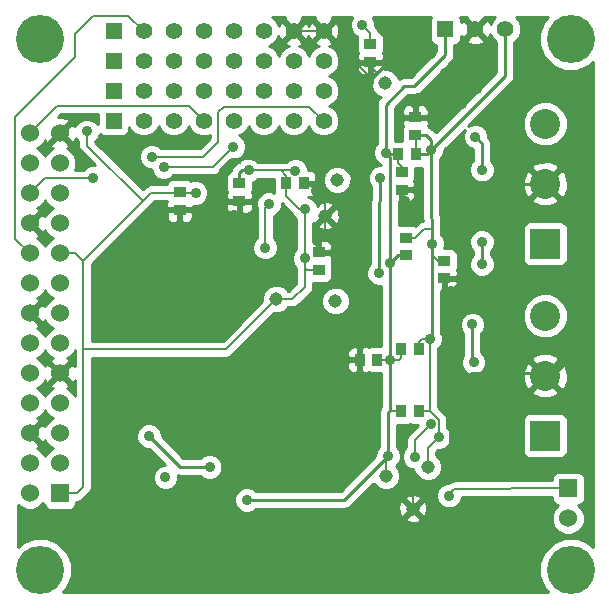
<source format=gbl>
G04 (created by PCBNEW (2013-may-18)-stable) date Tue 20 Oct 2015 09:02:20 PM EDT*
%MOIN*%
G04 Gerber Fmt 3.4, Leading zero omitted, Abs format*
%FSLAX34Y34*%
G01*
G70*
G90*
G04 APERTURE LIST*
%ADD10C,0.00590551*%
%ADD11R,0.055X0.055*%
%ADD12C,0.055*%
%ADD13R,0.06X0.06*%
%ADD14C,0.06*%
%ADD15R,0.0394X0.0354*%
%ADD16R,0.0354X0.0394*%
%ADD17R,0.1X0.1*%
%ADD18C,0.1*%
%ADD19C,0.045*%
%ADD20C,0.16*%
%ADD21C,0.035*%
%ADD22C,0.006*%
%ADD23C,0.01*%
G04 APERTURE END LIST*
G54D10*
G54D11*
X43606Y-40877D03*
G54D12*
X44606Y-40877D03*
X45606Y-40877D03*
X46606Y-40877D03*
X47606Y-40877D03*
X48606Y-40877D03*
X49606Y-40877D03*
X50606Y-40877D03*
G54D11*
X43606Y-41877D03*
G54D12*
X44606Y-41877D03*
X45606Y-41877D03*
X46606Y-41877D03*
X47606Y-41877D03*
X48606Y-41877D03*
X49606Y-41877D03*
X50606Y-41877D03*
G54D11*
X43606Y-42877D03*
G54D12*
X44606Y-42877D03*
X45606Y-42877D03*
X46606Y-42877D03*
X47606Y-42877D03*
X48606Y-42877D03*
X49606Y-42877D03*
X50606Y-42877D03*
G54D11*
X43606Y-43877D03*
G54D12*
X44606Y-43877D03*
X45606Y-43877D03*
X46606Y-43877D03*
X47606Y-43877D03*
X48606Y-43877D03*
X49606Y-43877D03*
X50606Y-43877D03*
G54D11*
X54669Y-40826D03*
G54D12*
X55669Y-40826D03*
X56669Y-40826D03*
G54D13*
X58759Y-56133D03*
G54D14*
X58759Y-57133D03*
G54D13*
X41818Y-56295D03*
G54D14*
X40818Y-56295D03*
X41818Y-55295D03*
X40818Y-55295D03*
X41818Y-54295D03*
X40818Y-54295D03*
X41818Y-53295D03*
X40818Y-53295D03*
X41818Y-52295D03*
X40818Y-52295D03*
X41818Y-51295D03*
X40818Y-51295D03*
X41818Y-50295D03*
X40818Y-50295D03*
X41818Y-49295D03*
X40818Y-49295D03*
X41818Y-48295D03*
X40818Y-48295D03*
X41818Y-47295D03*
X40818Y-47295D03*
X41818Y-46295D03*
X40818Y-46295D03*
X41818Y-45295D03*
X40818Y-45295D03*
X41818Y-44295D03*
X40818Y-44295D03*
G54D15*
X53208Y-45589D03*
X53208Y-46181D03*
X52165Y-41337D03*
X52165Y-41929D03*
G54D16*
X49369Y-45964D03*
X49961Y-45964D03*
G54D15*
X50452Y-48858D03*
X50452Y-48266D03*
X45807Y-46259D03*
X45807Y-46851D03*
X47795Y-45963D03*
X47795Y-46555D03*
X53661Y-43759D03*
X53661Y-44351D03*
X54625Y-49134D03*
X54625Y-48542D03*
X53366Y-48366D03*
X53366Y-47774D03*
G54D16*
X53089Y-45000D03*
X53681Y-45000D03*
X53188Y-51476D03*
X53780Y-51476D03*
X53188Y-53562D03*
X53780Y-53562D03*
X52402Y-51850D03*
X51810Y-51850D03*
G54D17*
X57992Y-47984D03*
G54D18*
X57992Y-45984D03*
X57992Y-43984D03*
G54D17*
X57992Y-54381D03*
G54D18*
X57992Y-52381D03*
X57992Y-50381D03*
G54D19*
X52657Y-42637D03*
X51003Y-49881D03*
X51062Y-45846D03*
X53582Y-56811D03*
X50669Y-47047D03*
X49035Y-49822D03*
X52677Y-55728D03*
X54074Y-55413D03*
G54D20*
X41161Y-41161D03*
X58838Y-58838D03*
X58838Y-41161D03*
X41161Y-58838D03*
G54D21*
X45334Y-55767D03*
X48051Y-56515D03*
X52755Y-55059D03*
X52834Y-51850D03*
X52677Y-44940D03*
X52834Y-48622D03*
X54232Y-47972D03*
X54448Y-54429D03*
X54153Y-51141D03*
X54192Y-44862D03*
X44881Y-45078D03*
X48661Y-48110D03*
X48779Y-46653D03*
X45275Y-45413D03*
X47598Y-44744D03*
X42913Y-45787D03*
X51899Y-40679D03*
X46338Y-46279D03*
X42716Y-44232D03*
X54783Y-56377D03*
X49665Y-45551D03*
X49980Y-46830D03*
X49980Y-48464D03*
X48110Y-45531D03*
X45551Y-56535D03*
X50393Y-47874D03*
X50354Y-46220D03*
X45275Y-47047D03*
X49271Y-53031D03*
X50216Y-51614D03*
X54763Y-56988D03*
X54822Y-52795D03*
X53326Y-46555D03*
X54940Y-46259D03*
X54173Y-41653D03*
X52106Y-42578D03*
X54665Y-42283D03*
X55236Y-43326D03*
X55728Y-42834D03*
X54842Y-49566D03*
X47637Y-47007D03*
X53405Y-43208D03*
X54173Y-53996D03*
X53641Y-55078D03*
X52500Y-45787D03*
X52460Y-48956D03*
X44783Y-54389D03*
X46811Y-55413D03*
X55610Y-51929D03*
X55570Y-50669D03*
X55669Y-44409D03*
X55885Y-48661D03*
X55885Y-47913D03*
X55885Y-45511D03*
G54D22*
X53188Y-51476D02*
X53188Y-51772D01*
X53110Y-51850D02*
X52834Y-51850D01*
X53188Y-51772D02*
X53110Y-51850D01*
X52402Y-51850D02*
X52834Y-51850D01*
X52677Y-55728D02*
X52677Y-55137D01*
X52677Y-55137D02*
X52755Y-55059D01*
X53188Y-53562D02*
X52814Y-53562D01*
X52814Y-53562D02*
X52814Y-53543D01*
G54D23*
X51299Y-56515D02*
X52755Y-55059D01*
X48051Y-56515D02*
X51299Y-56515D01*
G54D22*
X53208Y-45589D02*
X53208Y-45413D01*
X53089Y-45294D02*
X53089Y-45000D01*
X53208Y-45413D02*
X53089Y-45294D01*
G54D23*
X52834Y-53523D02*
X52814Y-53543D01*
X52814Y-53543D02*
X52755Y-53602D01*
X52755Y-53602D02*
X52755Y-55059D01*
X52834Y-51850D02*
X52834Y-53523D01*
X52834Y-48622D02*
X52834Y-51850D01*
X53631Y-42726D02*
X53297Y-42726D01*
X52677Y-43346D02*
X52677Y-44940D01*
X53297Y-42726D02*
X52677Y-43346D01*
X52677Y-44940D02*
X52834Y-45098D01*
X52834Y-45098D02*
X52834Y-48622D01*
X54669Y-40826D02*
X54669Y-41688D01*
X54669Y-41688D02*
X53631Y-42726D01*
X52736Y-45000D02*
X53089Y-45000D01*
X52677Y-44940D02*
X52736Y-45000D01*
X53089Y-48366D02*
X53366Y-48366D01*
X52834Y-48622D02*
X53089Y-48366D01*
G54D22*
X53780Y-51476D02*
X53780Y-51259D01*
X53897Y-51141D02*
X54153Y-51141D01*
X53780Y-51259D02*
X53897Y-51141D01*
X53366Y-47774D02*
X53662Y-47774D01*
X53956Y-47480D02*
X54232Y-47480D01*
X53662Y-47774D02*
X53956Y-47480D01*
X54625Y-48542D02*
X54428Y-48542D01*
X54428Y-48542D02*
X54232Y-48346D01*
X53780Y-53562D02*
X54133Y-53562D01*
X54133Y-53562D02*
X54153Y-53543D01*
X53681Y-45000D02*
X53681Y-44371D01*
X53681Y-44371D02*
X53661Y-44351D01*
G54D23*
X53681Y-45000D02*
X54055Y-45000D01*
G54D22*
X54074Y-55413D02*
X54074Y-54803D01*
X54074Y-54803D02*
X54448Y-54429D01*
X54153Y-51141D02*
X54153Y-53543D01*
X54448Y-53838D02*
X54448Y-54429D01*
X54153Y-53543D02*
X54448Y-53838D01*
G54D23*
X54232Y-51062D02*
X54153Y-51141D01*
X54192Y-44862D02*
X54192Y-47125D01*
X54192Y-47125D02*
X54232Y-47165D01*
X54232Y-47165D02*
X54232Y-47480D01*
X54232Y-47480D02*
X54232Y-47972D01*
X54232Y-47972D02*
X54232Y-48346D01*
X54232Y-48346D02*
X54232Y-51062D01*
X56669Y-40826D02*
X56669Y-42385D01*
X56669Y-42385D02*
X54192Y-44862D01*
X53661Y-44351D02*
X54016Y-44351D01*
X54016Y-44351D02*
X54192Y-44527D01*
X54192Y-44527D02*
X54192Y-44862D01*
X54055Y-45000D02*
X54192Y-44862D01*
G54D22*
X44606Y-40877D02*
X44102Y-40374D01*
X44102Y-40374D02*
X42933Y-40374D01*
X42933Y-40374D02*
X42322Y-40984D01*
X42322Y-40984D02*
X42322Y-41751D01*
X42322Y-41751D02*
X40334Y-43740D01*
X40334Y-43740D02*
X40334Y-47811D01*
X40334Y-47811D02*
X40818Y-48295D01*
X46606Y-43877D02*
X46114Y-43385D01*
X41728Y-43385D02*
X40818Y-44295D01*
X46114Y-43385D02*
X41728Y-43385D01*
X46594Y-45078D02*
X44881Y-45078D01*
X50133Y-43405D02*
X50606Y-43877D01*
X47283Y-43405D02*
X50133Y-43405D01*
X47086Y-43602D02*
X47283Y-43405D01*
X47086Y-44586D02*
X47086Y-43602D01*
X47086Y-44586D02*
X46594Y-45078D01*
X48661Y-46771D02*
X48661Y-48110D01*
X48779Y-46653D02*
X48661Y-46771D01*
X45275Y-45413D02*
X46929Y-45413D01*
X46929Y-45413D02*
X47598Y-44744D01*
X40818Y-46295D02*
X41326Y-45787D01*
X41326Y-45787D02*
X42913Y-45787D01*
X52165Y-41337D02*
X52165Y-40944D01*
X52165Y-40944D02*
X51899Y-40679D01*
X49980Y-46830D02*
X49803Y-46830D01*
X49369Y-46396D02*
X49369Y-45964D01*
X49803Y-46830D02*
X49369Y-46396D01*
X49369Y-45964D02*
X49369Y-45707D01*
X49369Y-45707D02*
X49192Y-45531D01*
X50452Y-48858D02*
X50059Y-48858D01*
X50059Y-48858D02*
X49980Y-48779D01*
X44862Y-46279D02*
X45786Y-46279D01*
X44576Y-46564D02*
X44862Y-46279D01*
X45786Y-46279D02*
X45807Y-46259D01*
X46338Y-46279D02*
X45827Y-46279D01*
X45827Y-46279D02*
X45807Y-46259D01*
X44576Y-46564D02*
X42716Y-44704D01*
X42716Y-44704D02*
X42716Y-44232D01*
X44576Y-46564D02*
X42588Y-48553D01*
X42598Y-51496D02*
X47362Y-51496D01*
X47362Y-51496D02*
X49035Y-49822D01*
X49035Y-49822D02*
X49566Y-49822D01*
X49566Y-49822D02*
X49980Y-49409D01*
X49980Y-49409D02*
X49980Y-48779D01*
X49980Y-48779D02*
X49980Y-48464D01*
X41818Y-56295D02*
X42385Y-56295D01*
X42330Y-48295D02*
X41818Y-48295D01*
X42598Y-48562D02*
X42588Y-48553D01*
X42588Y-48553D02*
X42330Y-48295D01*
X42598Y-56082D02*
X42598Y-51496D01*
X42598Y-51496D02*
X42598Y-48562D01*
X42385Y-56295D02*
X42598Y-56082D01*
X54960Y-56141D02*
X54783Y-56318D01*
X58759Y-56133D02*
X54960Y-56141D01*
X54783Y-56318D02*
X54783Y-56377D01*
X49724Y-45629D02*
X49724Y-45610D01*
X49665Y-45551D02*
X49734Y-45620D01*
X49734Y-45620D02*
X49724Y-45629D01*
X48110Y-45531D02*
X49192Y-45531D01*
X49192Y-45531D02*
X49645Y-45531D01*
X49645Y-45531D02*
X49724Y-45610D01*
X49980Y-46830D02*
X49980Y-48464D01*
G54D23*
X47795Y-45610D02*
X47795Y-45963D01*
X47874Y-45531D02*
X47795Y-45610D01*
X48110Y-45531D02*
X47874Y-45531D01*
G54D22*
X54625Y-49134D02*
X54625Y-49350D01*
X54625Y-49350D02*
X54842Y-49566D01*
X51810Y-51850D02*
X50452Y-51850D01*
X50452Y-51850D02*
X50216Y-51614D01*
X52165Y-41929D02*
X52165Y-42047D01*
X52165Y-42047D02*
X52401Y-42283D01*
X49961Y-45964D02*
X50098Y-45964D01*
X50098Y-45964D02*
X50354Y-46220D01*
X50452Y-48266D02*
X50452Y-47933D01*
X50452Y-47933D02*
X50393Y-47874D01*
X45807Y-46851D02*
X45471Y-46851D01*
X45471Y-46851D02*
X45275Y-47047D01*
X50669Y-47047D02*
X50669Y-46535D01*
X50669Y-46535D02*
X50354Y-46220D01*
X50669Y-47047D02*
X50669Y-47598D01*
X50669Y-47598D02*
X50393Y-47874D01*
X53582Y-56811D02*
X53582Y-56220D01*
X54822Y-55511D02*
X54822Y-52795D01*
X54429Y-55905D02*
X54822Y-55511D01*
X53897Y-55905D02*
X54429Y-55905D01*
X53582Y-56220D02*
X53897Y-55905D01*
X49606Y-40877D02*
X50606Y-40877D01*
X50606Y-40877D02*
X52106Y-42377D01*
X52106Y-42377D02*
X52106Y-42578D01*
X47637Y-47007D02*
X47460Y-47007D01*
X47460Y-47007D02*
X47145Y-46692D01*
X47145Y-46692D02*
X47145Y-45531D01*
X47145Y-45531D02*
X47519Y-45157D01*
X47519Y-45157D02*
X49921Y-45157D01*
X49921Y-45157D02*
X50354Y-45590D01*
X50354Y-45590D02*
X50354Y-46220D01*
X47283Y-47362D02*
X47637Y-47007D01*
X45590Y-47362D02*
X47283Y-47362D01*
X45275Y-47047D02*
X45590Y-47362D01*
X49271Y-52559D02*
X49271Y-53031D01*
X50216Y-51614D02*
X49271Y-52559D01*
X55452Y-52362D02*
X55511Y-52303D01*
G54D23*
X57913Y-52303D02*
X57992Y-52381D01*
X55511Y-52303D02*
X57913Y-52303D01*
G54D22*
X54822Y-52795D02*
X55255Y-52362D01*
X55255Y-52362D02*
X55452Y-52362D01*
X53208Y-46437D02*
X53326Y-46555D01*
X53208Y-46181D02*
X53208Y-46437D01*
G54D23*
X57992Y-45984D02*
X55649Y-45984D01*
G54D22*
X55215Y-45984D02*
X55649Y-45984D01*
X55215Y-45984D02*
X54940Y-46259D01*
G54D23*
X53031Y-41653D02*
X54173Y-41653D01*
X52106Y-42578D02*
X52401Y-42283D01*
X52401Y-42283D02*
X53031Y-41653D01*
X54665Y-42755D02*
X55236Y-43326D01*
X54665Y-42283D02*
X54665Y-42755D01*
X55236Y-43326D02*
X55728Y-42834D01*
X55039Y-49370D02*
X58976Y-49370D01*
X54842Y-49566D02*
X55039Y-49370D01*
X57992Y-52381D02*
X58208Y-52381D01*
X58976Y-46968D02*
X57992Y-45984D01*
X58976Y-51614D02*
X58976Y-49370D01*
X58976Y-49370D02*
X58976Y-46968D01*
X58208Y-52381D02*
X58976Y-51614D01*
X47795Y-46850D02*
X47637Y-47007D01*
X47795Y-46555D02*
X47795Y-46850D01*
X53661Y-43759D02*
X53661Y-43464D01*
X53661Y-43464D02*
X53405Y-43208D01*
G54D22*
X53641Y-54527D02*
X53641Y-55078D01*
X54173Y-53996D02*
X53641Y-54527D01*
G54D23*
X52500Y-46555D02*
X52500Y-45787D01*
X52460Y-46594D02*
X52500Y-46555D01*
X52460Y-48956D02*
X52460Y-46594D01*
X46811Y-55413D02*
X45807Y-55413D01*
X45807Y-55413D02*
X44783Y-54389D01*
X55570Y-51889D02*
X55570Y-50669D01*
X55610Y-51929D02*
X55570Y-51889D01*
X55885Y-47913D02*
X55885Y-48661D01*
X55885Y-44625D02*
X55885Y-45511D01*
X55669Y-44409D02*
X55885Y-44625D01*
G54D10*
G36*
X41588Y-47795D02*
X41507Y-47828D01*
X41352Y-47983D01*
X41318Y-48065D01*
X41285Y-47984D01*
X41130Y-47829D01*
X41055Y-47797D01*
X41106Y-47776D01*
X41134Y-47681D01*
X40818Y-47365D01*
X40813Y-47371D01*
X40742Y-47300D01*
X40748Y-47295D01*
X40742Y-47289D01*
X40813Y-47218D01*
X40818Y-47224D01*
X41134Y-46909D01*
X41106Y-46814D01*
X41051Y-46794D01*
X41130Y-46761D01*
X41284Y-46607D01*
X41318Y-46525D01*
X41352Y-46606D01*
X41506Y-46761D01*
X41588Y-46795D01*
X41507Y-46828D01*
X41352Y-46983D01*
X41321Y-47058D01*
X41300Y-47007D01*
X41204Y-46980D01*
X40889Y-47295D01*
X41204Y-47610D01*
X41300Y-47583D01*
X41319Y-47527D01*
X41352Y-47606D01*
X41506Y-47761D01*
X41588Y-47795D01*
X41588Y-47795D01*
G37*
G54D23*
X41588Y-47795D02*
X41507Y-47828D01*
X41352Y-47983D01*
X41318Y-48065D01*
X41285Y-47984D01*
X41130Y-47829D01*
X41055Y-47797D01*
X41106Y-47776D01*
X41134Y-47681D01*
X40818Y-47365D01*
X40813Y-47371D01*
X40742Y-47300D01*
X40748Y-47295D01*
X40742Y-47289D01*
X40813Y-47218D01*
X40818Y-47224D01*
X41134Y-46909D01*
X41106Y-46814D01*
X41051Y-46794D01*
X41130Y-46761D01*
X41284Y-46607D01*
X41318Y-46525D01*
X41352Y-46606D01*
X41506Y-46761D01*
X41588Y-46795D01*
X41507Y-46828D01*
X41352Y-46983D01*
X41321Y-47058D01*
X41300Y-47007D01*
X41204Y-46980D01*
X40889Y-47295D01*
X41204Y-47610D01*
X41300Y-47583D01*
X41319Y-47527D01*
X41352Y-47606D01*
X41506Y-47761D01*
X41588Y-47795D01*
G54D10*
G36*
X41588Y-50795D02*
X41507Y-50828D01*
X41352Y-50983D01*
X41318Y-51065D01*
X41285Y-50984D01*
X41130Y-50829D01*
X41055Y-50797D01*
X41106Y-50776D01*
X41134Y-50681D01*
X40818Y-50365D01*
X40813Y-50371D01*
X40742Y-50300D01*
X40748Y-50295D01*
X40742Y-50289D01*
X40813Y-50218D01*
X40818Y-50224D01*
X41134Y-49909D01*
X41106Y-49814D01*
X41051Y-49794D01*
X41130Y-49761D01*
X41284Y-49607D01*
X41318Y-49525D01*
X41352Y-49606D01*
X41506Y-49761D01*
X41588Y-49795D01*
X41507Y-49828D01*
X41352Y-49983D01*
X41321Y-50058D01*
X41300Y-50007D01*
X41204Y-49980D01*
X40889Y-50295D01*
X41204Y-50610D01*
X41300Y-50583D01*
X41319Y-50527D01*
X41352Y-50606D01*
X41506Y-50761D01*
X41588Y-50795D01*
X41588Y-50795D01*
G37*
G54D23*
X41588Y-50795D02*
X41507Y-50828D01*
X41352Y-50983D01*
X41318Y-51065D01*
X41285Y-50984D01*
X41130Y-50829D01*
X41055Y-50797D01*
X41106Y-50776D01*
X41134Y-50681D01*
X40818Y-50365D01*
X40813Y-50371D01*
X40742Y-50300D01*
X40748Y-50295D01*
X40742Y-50289D01*
X40813Y-50218D01*
X40818Y-50224D01*
X41134Y-49909D01*
X41106Y-49814D01*
X41051Y-49794D01*
X41130Y-49761D01*
X41284Y-49607D01*
X41318Y-49525D01*
X41352Y-49606D01*
X41506Y-49761D01*
X41588Y-49795D01*
X41507Y-49828D01*
X41352Y-49983D01*
X41321Y-50058D01*
X41300Y-50007D01*
X41204Y-49980D01*
X40889Y-50295D01*
X41204Y-50610D01*
X41300Y-50583D01*
X41319Y-50527D01*
X41352Y-50606D01*
X41506Y-50761D01*
X41588Y-50795D01*
G54D10*
G36*
X41588Y-54795D02*
X41507Y-54828D01*
X41352Y-54983D01*
X41318Y-55065D01*
X41285Y-54984D01*
X41130Y-54829D01*
X41055Y-54797D01*
X41106Y-54776D01*
X41134Y-54681D01*
X40818Y-54365D01*
X40813Y-54371D01*
X40742Y-54300D01*
X40748Y-54295D01*
X40742Y-54289D01*
X40813Y-54218D01*
X40818Y-54224D01*
X41134Y-53909D01*
X41106Y-53814D01*
X41051Y-53794D01*
X41130Y-53761D01*
X41284Y-53607D01*
X41318Y-53525D01*
X41352Y-53606D01*
X41506Y-53761D01*
X41588Y-53795D01*
X41507Y-53828D01*
X41352Y-53983D01*
X41321Y-54058D01*
X41300Y-54007D01*
X41204Y-53980D01*
X40889Y-54295D01*
X41204Y-54610D01*
X41300Y-54583D01*
X41319Y-54527D01*
X41352Y-54606D01*
X41506Y-54761D01*
X41588Y-54795D01*
X41588Y-54795D01*
G37*
G54D23*
X41588Y-54795D02*
X41507Y-54828D01*
X41352Y-54983D01*
X41318Y-55065D01*
X41285Y-54984D01*
X41130Y-54829D01*
X41055Y-54797D01*
X41106Y-54776D01*
X41134Y-54681D01*
X40818Y-54365D01*
X40813Y-54371D01*
X40742Y-54300D01*
X40748Y-54295D01*
X40742Y-54289D01*
X40813Y-54218D01*
X40818Y-54224D01*
X41134Y-53909D01*
X41106Y-53814D01*
X41051Y-53794D01*
X41130Y-53761D01*
X41284Y-53607D01*
X41318Y-53525D01*
X41352Y-53606D01*
X41506Y-53761D01*
X41588Y-53795D01*
X41507Y-53828D01*
X41352Y-53983D01*
X41321Y-54058D01*
X41300Y-54007D01*
X41204Y-53980D01*
X40889Y-54295D01*
X41204Y-54610D01*
X41300Y-54583D01*
X41319Y-54527D01*
X41352Y-54606D01*
X41506Y-54761D01*
X41588Y-54795D01*
G54D10*
G36*
X42318Y-53063D02*
X42285Y-52984D01*
X42130Y-52829D01*
X42055Y-52797D01*
X42106Y-52776D01*
X42134Y-52681D01*
X41818Y-52365D01*
X41503Y-52681D01*
X41531Y-52776D01*
X41586Y-52796D01*
X41507Y-52828D01*
X41352Y-52983D01*
X41318Y-53065D01*
X41285Y-52984D01*
X41130Y-52829D01*
X41049Y-52795D01*
X41130Y-52761D01*
X41284Y-52607D01*
X41316Y-52531D01*
X41337Y-52583D01*
X41432Y-52610D01*
X41748Y-52295D01*
X41432Y-51980D01*
X41337Y-52007D01*
X41317Y-52062D01*
X41285Y-51984D01*
X41130Y-51829D01*
X41049Y-51795D01*
X41130Y-51761D01*
X41284Y-51607D01*
X41318Y-51525D01*
X41352Y-51606D01*
X41506Y-51761D01*
X41582Y-51792D01*
X41531Y-51814D01*
X41503Y-51909D01*
X41818Y-52224D01*
X42134Y-51909D01*
X42106Y-51814D01*
X42051Y-51794D01*
X42130Y-51761D01*
X42284Y-51607D01*
X42318Y-51526D01*
X42318Y-52051D01*
X42300Y-52007D01*
X42204Y-51980D01*
X41889Y-52295D01*
X42204Y-52610D01*
X42300Y-52583D01*
X42318Y-52531D01*
X42318Y-53063D01*
X42318Y-53063D01*
G37*
G54D23*
X42318Y-53063D02*
X42285Y-52984D01*
X42130Y-52829D01*
X42055Y-52797D01*
X42106Y-52776D01*
X42134Y-52681D01*
X41818Y-52365D01*
X41503Y-52681D01*
X41531Y-52776D01*
X41586Y-52796D01*
X41507Y-52828D01*
X41352Y-52983D01*
X41318Y-53065D01*
X41285Y-52984D01*
X41130Y-52829D01*
X41049Y-52795D01*
X41130Y-52761D01*
X41284Y-52607D01*
X41316Y-52531D01*
X41337Y-52583D01*
X41432Y-52610D01*
X41748Y-52295D01*
X41432Y-51980D01*
X41337Y-52007D01*
X41317Y-52062D01*
X41285Y-51984D01*
X41130Y-51829D01*
X41049Y-51795D01*
X41130Y-51761D01*
X41284Y-51607D01*
X41318Y-51525D01*
X41352Y-51606D01*
X41506Y-51761D01*
X41582Y-51792D01*
X41531Y-51814D01*
X41503Y-51909D01*
X41818Y-52224D01*
X42134Y-51909D01*
X42106Y-51814D01*
X42051Y-51794D01*
X42130Y-51761D01*
X42284Y-51607D01*
X42318Y-51526D01*
X42318Y-52051D01*
X42300Y-52007D01*
X42204Y-51980D01*
X41889Y-52295D01*
X42204Y-52610D01*
X42300Y-52583D01*
X42318Y-52531D01*
X42318Y-53063D01*
G54D10*
G36*
X43081Y-44002D02*
X43077Y-43991D01*
X42957Y-43872D01*
X42801Y-43807D01*
X42632Y-43807D01*
X42476Y-43871D01*
X42356Y-43991D01*
X42324Y-44067D01*
X42300Y-44007D01*
X42204Y-43980D01*
X41889Y-44295D01*
X42204Y-44610D01*
X42300Y-44583D01*
X42347Y-44451D01*
X42356Y-44472D01*
X42436Y-44553D01*
X42436Y-44704D01*
X42457Y-44811D01*
X42518Y-44902D01*
X42978Y-45362D01*
X42829Y-45362D01*
X42672Y-45426D01*
X42592Y-45507D01*
X42326Y-45507D01*
X42368Y-45405D01*
X42368Y-45186D01*
X42285Y-44984D01*
X42130Y-44829D01*
X42055Y-44797D01*
X42106Y-44776D01*
X42134Y-44681D01*
X41818Y-44365D01*
X41503Y-44681D01*
X41531Y-44776D01*
X41586Y-44796D01*
X41507Y-44828D01*
X41352Y-44983D01*
X41318Y-45065D01*
X41285Y-44984D01*
X41130Y-44829D01*
X41049Y-44795D01*
X41130Y-44761D01*
X41284Y-44607D01*
X41316Y-44531D01*
X41337Y-44583D01*
X41432Y-44610D01*
X41748Y-44295D01*
X41742Y-44289D01*
X41813Y-44218D01*
X41818Y-44224D01*
X42134Y-43909D01*
X42106Y-43814D01*
X41900Y-43740D01*
X41762Y-43747D01*
X41844Y-43665D01*
X43081Y-43665D01*
X43081Y-44002D01*
X43081Y-44002D01*
G37*
G54D23*
X43081Y-44002D02*
X43077Y-43991D01*
X42957Y-43872D01*
X42801Y-43807D01*
X42632Y-43807D01*
X42476Y-43871D01*
X42356Y-43991D01*
X42324Y-44067D01*
X42300Y-44007D01*
X42204Y-43980D01*
X41889Y-44295D01*
X42204Y-44610D01*
X42300Y-44583D01*
X42347Y-44451D01*
X42356Y-44472D01*
X42436Y-44553D01*
X42436Y-44704D01*
X42457Y-44811D01*
X42518Y-44902D01*
X42978Y-45362D01*
X42829Y-45362D01*
X42672Y-45426D01*
X42592Y-45507D01*
X42326Y-45507D01*
X42368Y-45405D01*
X42368Y-45186D01*
X42285Y-44984D01*
X42130Y-44829D01*
X42055Y-44797D01*
X42106Y-44776D01*
X42134Y-44681D01*
X41818Y-44365D01*
X41503Y-44681D01*
X41531Y-44776D01*
X41586Y-44796D01*
X41507Y-44828D01*
X41352Y-44983D01*
X41318Y-45065D01*
X41285Y-44984D01*
X41130Y-44829D01*
X41049Y-44795D01*
X41130Y-44761D01*
X41284Y-44607D01*
X41316Y-44531D01*
X41337Y-44583D01*
X41432Y-44610D01*
X41748Y-44295D01*
X41742Y-44289D01*
X41813Y-44218D01*
X41818Y-44224D01*
X42134Y-43909D01*
X42106Y-43814D01*
X41900Y-43740D01*
X41762Y-43747D01*
X41844Y-43665D01*
X43081Y-43665D01*
X43081Y-44002D01*
G54D10*
G36*
X53909Y-47209D02*
X53849Y-47221D01*
X53758Y-47282D01*
X53669Y-47371D01*
X53655Y-47365D01*
X53655Y-46408D01*
X53655Y-46294D01*
X53593Y-46231D01*
X53258Y-46231D01*
X53258Y-46546D01*
X53321Y-46608D01*
X53356Y-46608D01*
X53455Y-46608D01*
X53547Y-46570D01*
X53617Y-46500D01*
X53655Y-46408D01*
X53655Y-47365D01*
X53613Y-47347D01*
X53513Y-47347D01*
X53134Y-47347D01*
X53134Y-46570D01*
X53158Y-46546D01*
X53158Y-46231D01*
X53150Y-46231D01*
X53150Y-46131D01*
X53158Y-46131D01*
X53158Y-46123D01*
X53258Y-46123D01*
X53258Y-46131D01*
X53593Y-46131D01*
X53655Y-46069D01*
X53655Y-45955D01*
X53626Y-45885D01*
X53655Y-45816D01*
X53655Y-45717D01*
X53655Y-45447D01*
X53892Y-45447D01*
X53892Y-47125D01*
X53909Y-47209D01*
X53909Y-47209D01*
G37*
G54D23*
X53909Y-47209D02*
X53849Y-47221D01*
X53758Y-47282D01*
X53669Y-47371D01*
X53655Y-47365D01*
X53655Y-46408D01*
X53655Y-46294D01*
X53593Y-46231D01*
X53258Y-46231D01*
X53258Y-46546D01*
X53321Y-46608D01*
X53356Y-46608D01*
X53455Y-46608D01*
X53547Y-46570D01*
X53617Y-46500D01*
X53655Y-46408D01*
X53655Y-47365D01*
X53613Y-47347D01*
X53513Y-47347D01*
X53134Y-47347D01*
X53134Y-46570D01*
X53158Y-46546D01*
X53158Y-46231D01*
X53150Y-46231D01*
X53150Y-46131D01*
X53158Y-46131D01*
X53158Y-46123D01*
X53258Y-46123D01*
X53258Y-46131D01*
X53593Y-46131D01*
X53655Y-46069D01*
X53655Y-45955D01*
X53626Y-45885D01*
X53655Y-45816D01*
X53655Y-45717D01*
X53655Y-45447D01*
X53892Y-45447D01*
X53892Y-47125D01*
X53909Y-47209D01*
G54D10*
G36*
X56369Y-42261D02*
X55966Y-42664D01*
X55966Y-41194D01*
X55669Y-40897D01*
X55372Y-41194D01*
X55396Y-41287D01*
X55593Y-41356D01*
X55802Y-41345D01*
X55942Y-41287D01*
X55966Y-41194D01*
X55966Y-42664D01*
X54360Y-44270D01*
X54228Y-44138D01*
X54131Y-44073D01*
X54083Y-44064D01*
X54079Y-44055D01*
X54108Y-43985D01*
X54108Y-43532D01*
X54070Y-43440D01*
X54000Y-43370D01*
X53908Y-43332D01*
X53808Y-43332D01*
X53773Y-43332D01*
X53711Y-43394D01*
X53711Y-43709D01*
X54045Y-43709D01*
X54108Y-43646D01*
X54108Y-43532D01*
X54108Y-43985D01*
X54108Y-43871D01*
X54045Y-43809D01*
X53711Y-43809D01*
X53711Y-43816D01*
X53611Y-43816D01*
X53611Y-43809D01*
X53611Y-43709D01*
X53611Y-43394D01*
X53548Y-43332D01*
X53513Y-43332D01*
X53414Y-43332D01*
X53322Y-43370D01*
X53252Y-43440D01*
X53214Y-43532D01*
X53214Y-43646D01*
X53276Y-43709D01*
X53611Y-43709D01*
X53611Y-43809D01*
X53276Y-43809D01*
X53214Y-43871D01*
X53214Y-43985D01*
X53243Y-44055D01*
X53214Y-44124D01*
X53214Y-44223D01*
X53214Y-44552D01*
X52977Y-44552D01*
X52977Y-43470D01*
X53421Y-43026D01*
X53631Y-43026D01*
X53631Y-43026D01*
X53746Y-43003D01*
X53746Y-43003D01*
X53844Y-42938D01*
X54881Y-41901D01*
X54881Y-41901D01*
X54946Y-41803D01*
X54969Y-41688D01*
X54969Y-41688D01*
X54969Y-41351D01*
X54993Y-41351D01*
X55085Y-41313D01*
X55156Y-41243D01*
X55194Y-41151D01*
X55194Y-41064D01*
X55208Y-41099D01*
X55301Y-41123D01*
X55598Y-40826D01*
X55301Y-40529D01*
X55208Y-40553D01*
X55194Y-40594D01*
X55194Y-40502D01*
X55163Y-40427D01*
X55380Y-40427D01*
X55372Y-40458D01*
X55669Y-40756D01*
X55966Y-40458D01*
X55958Y-40427D01*
X56326Y-40427D01*
X56224Y-40528D01*
X56171Y-40655D01*
X56129Y-40553D01*
X56037Y-40529D01*
X55740Y-40826D01*
X56037Y-41123D01*
X56129Y-41099D01*
X56168Y-40989D01*
X56223Y-41123D01*
X56369Y-41269D01*
X56369Y-42261D01*
X56369Y-42261D01*
G37*
G54D23*
X56369Y-42261D02*
X55966Y-42664D01*
X55966Y-41194D01*
X55669Y-40897D01*
X55372Y-41194D01*
X55396Y-41287D01*
X55593Y-41356D01*
X55802Y-41345D01*
X55942Y-41287D01*
X55966Y-41194D01*
X55966Y-42664D01*
X54360Y-44270D01*
X54228Y-44138D01*
X54131Y-44073D01*
X54083Y-44064D01*
X54079Y-44055D01*
X54108Y-43985D01*
X54108Y-43532D01*
X54070Y-43440D01*
X54000Y-43370D01*
X53908Y-43332D01*
X53808Y-43332D01*
X53773Y-43332D01*
X53711Y-43394D01*
X53711Y-43709D01*
X54045Y-43709D01*
X54108Y-43646D01*
X54108Y-43532D01*
X54108Y-43985D01*
X54108Y-43871D01*
X54045Y-43809D01*
X53711Y-43809D01*
X53711Y-43816D01*
X53611Y-43816D01*
X53611Y-43809D01*
X53611Y-43709D01*
X53611Y-43394D01*
X53548Y-43332D01*
X53513Y-43332D01*
X53414Y-43332D01*
X53322Y-43370D01*
X53252Y-43440D01*
X53214Y-43532D01*
X53214Y-43646D01*
X53276Y-43709D01*
X53611Y-43709D01*
X53611Y-43809D01*
X53276Y-43809D01*
X53214Y-43871D01*
X53214Y-43985D01*
X53243Y-44055D01*
X53214Y-44124D01*
X53214Y-44223D01*
X53214Y-44552D01*
X52977Y-44552D01*
X52977Y-43470D01*
X53421Y-43026D01*
X53631Y-43026D01*
X53631Y-43026D01*
X53746Y-43003D01*
X53746Y-43003D01*
X53844Y-42938D01*
X54881Y-41901D01*
X54881Y-41901D01*
X54946Y-41803D01*
X54969Y-41688D01*
X54969Y-41688D01*
X54969Y-41351D01*
X54993Y-41351D01*
X55085Y-41313D01*
X55156Y-41243D01*
X55194Y-41151D01*
X55194Y-41064D01*
X55208Y-41099D01*
X55301Y-41123D01*
X55598Y-40826D01*
X55301Y-40529D01*
X55208Y-40553D01*
X55194Y-40594D01*
X55194Y-40502D01*
X55163Y-40427D01*
X55380Y-40427D01*
X55372Y-40458D01*
X55669Y-40756D01*
X55966Y-40458D01*
X55958Y-40427D01*
X56326Y-40427D01*
X56224Y-40528D01*
X56171Y-40655D01*
X56129Y-40553D01*
X56037Y-40529D01*
X55740Y-40826D01*
X56037Y-41123D01*
X56129Y-41099D01*
X56168Y-40989D01*
X56223Y-41123D01*
X56369Y-41269D01*
X56369Y-42261D01*
G54D10*
G36*
X59572Y-58087D02*
X59434Y-57948D01*
X59309Y-57897D01*
X59309Y-57024D01*
X59226Y-56822D01*
X59087Y-56683D01*
X59109Y-56683D01*
X59201Y-56645D01*
X59271Y-56575D01*
X59309Y-56483D01*
X59309Y-56384D01*
X59309Y-55784D01*
X59271Y-55692D01*
X59201Y-55622D01*
X59109Y-55583D01*
X59010Y-55583D01*
X58745Y-55583D01*
X58745Y-52511D01*
X58745Y-46113D01*
X58742Y-45979D01*
X58742Y-43835D01*
X58628Y-43559D01*
X58417Y-43348D01*
X58141Y-43234D01*
X57843Y-43234D01*
X57567Y-43348D01*
X57356Y-43558D01*
X57242Y-43834D01*
X57241Y-44132D01*
X57355Y-44408D01*
X57566Y-44619D01*
X57842Y-44734D01*
X58140Y-44734D01*
X58416Y-44620D01*
X58627Y-44409D01*
X58741Y-44134D01*
X58742Y-43835D01*
X58742Y-45979D01*
X58737Y-45815D01*
X58638Y-45576D01*
X58522Y-45524D01*
X58452Y-45595D01*
X58452Y-45453D01*
X58400Y-45337D01*
X58121Y-45230D01*
X57823Y-45238D01*
X57584Y-45337D01*
X57532Y-45453D01*
X57992Y-45913D01*
X58452Y-45453D01*
X58452Y-45595D01*
X58062Y-45984D01*
X58522Y-46444D01*
X58638Y-46392D01*
X58745Y-46113D01*
X58745Y-52511D01*
X58742Y-52377D01*
X58742Y-50233D01*
X58742Y-50233D01*
X58742Y-48434D01*
X58742Y-47434D01*
X58704Y-47342D01*
X58633Y-47272D01*
X58542Y-47234D01*
X58452Y-47234D01*
X58452Y-46514D01*
X57992Y-46054D01*
X57921Y-46125D01*
X57921Y-45984D01*
X57461Y-45524D01*
X57345Y-45576D01*
X57238Y-45854D01*
X57246Y-46153D01*
X57345Y-46392D01*
X57461Y-46444D01*
X57921Y-45984D01*
X57921Y-46125D01*
X57532Y-46514D01*
X57584Y-46630D01*
X57862Y-46737D01*
X58160Y-46730D01*
X58400Y-46630D01*
X58452Y-46514D01*
X58452Y-47234D01*
X58442Y-47234D01*
X57442Y-47234D01*
X57350Y-47272D01*
X57280Y-47342D01*
X57242Y-47434D01*
X57242Y-47533D01*
X57242Y-48533D01*
X57280Y-48625D01*
X57350Y-48696D01*
X57442Y-48734D01*
X57541Y-48734D01*
X58541Y-48734D01*
X58633Y-48696D01*
X58703Y-48626D01*
X58742Y-48534D01*
X58742Y-48434D01*
X58742Y-50233D01*
X58628Y-49957D01*
X58417Y-49746D01*
X58141Y-49632D01*
X57843Y-49631D01*
X57567Y-49745D01*
X57356Y-49956D01*
X57242Y-50232D01*
X57241Y-50530D01*
X57355Y-50806D01*
X57566Y-51017D01*
X57842Y-51131D01*
X58140Y-51132D01*
X58416Y-51018D01*
X58627Y-50807D01*
X58741Y-50531D01*
X58742Y-50233D01*
X58742Y-52377D01*
X58737Y-52213D01*
X58638Y-51973D01*
X58522Y-51921D01*
X58452Y-51992D01*
X58452Y-51851D01*
X58400Y-51735D01*
X58121Y-51628D01*
X57823Y-51636D01*
X57584Y-51735D01*
X57532Y-51851D01*
X57992Y-52311D01*
X58452Y-51851D01*
X58452Y-51992D01*
X58062Y-52381D01*
X58522Y-52841D01*
X58638Y-52789D01*
X58745Y-52511D01*
X58745Y-55583D01*
X58742Y-55583D01*
X58742Y-54832D01*
X58742Y-53832D01*
X58704Y-53740D01*
X58633Y-53670D01*
X58542Y-53631D01*
X58452Y-53631D01*
X58452Y-52912D01*
X57992Y-52452D01*
X57921Y-52523D01*
X57921Y-52381D01*
X57461Y-51921D01*
X57345Y-51973D01*
X57238Y-52252D01*
X57246Y-52550D01*
X57345Y-52789D01*
X57461Y-52841D01*
X57921Y-52381D01*
X57921Y-52523D01*
X57532Y-52912D01*
X57584Y-53028D01*
X57862Y-53135D01*
X58160Y-53127D01*
X58400Y-53028D01*
X58452Y-52912D01*
X58452Y-53631D01*
X58442Y-53631D01*
X57442Y-53631D01*
X57350Y-53669D01*
X57280Y-53740D01*
X57242Y-53831D01*
X57242Y-53931D01*
X57242Y-54931D01*
X57280Y-55023D01*
X57350Y-55093D01*
X57442Y-55131D01*
X57541Y-55131D01*
X58541Y-55131D01*
X58633Y-55093D01*
X58703Y-55023D01*
X58742Y-54931D01*
X58742Y-54832D01*
X58742Y-55583D01*
X58410Y-55583D01*
X58318Y-55621D01*
X58248Y-55692D01*
X58209Y-55783D01*
X58209Y-55856D01*
X56310Y-55859D01*
X56310Y-48577D01*
X56246Y-48420D01*
X56185Y-48360D01*
X56185Y-48214D01*
X56245Y-48154D01*
X56310Y-47998D01*
X56310Y-47829D01*
X56246Y-47672D01*
X56126Y-47553D01*
X55970Y-47488D01*
X55801Y-47488D01*
X55645Y-47552D01*
X55525Y-47672D01*
X55460Y-47828D01*
X55460Y-47997D01*
X55525Y-48153D01*
X55585Y-48214D01*
X55585Y-48360D01*
X55525Y-48420D01*
X55460Y-48576D01*
X55460Y-48745D01*
X55525Y-48901D01*
X55644Y-49021D01*
X55800Y-49086D01*
X55969Y-49086D01*
X56126Y-49021D01*
X56245Y-48902D01*
X56310Y-48746D01*
X56310Y-48577D01*
X56310Y-55859D01*
X56035Y-55859D01*
X56035Y-51844D01*
X55970Y-51688D01*
X55870Y-51588D01*
X55870Y-50970D01*
X55930Y-50910D01*
X55995Y-50754D01*
X55995Y-50585D01*
X55931Y-50428D01*
X55811Y-50309D01*
X55655Y-50244D01*
X55486Y-50244D01*
X55330Y-50308D01*
X55210Y-50428D01*
X55145Y-50584D01*
X55145Y-50753D01*
X55210Y-50909D01*
X55270Y-50970D01*
X55270Y-51667D01*
X55250Y-51688D01*
X55185Y-51844D01*
X55185Y-52013D01*
X55249Y-52169D01*
X55369Y-52289D01*
X55525Y-52354D01*
X55694Y-52354D01*
X55850Y-52289D01*
X55970Y-52170D01*
X56035Y-52014D01*
X56035Y-51844D01*
X56035Y-55859D01*
X55073Y-55861D01*
X55073Y-49361D01*
X55072Y-49247D01*
X55010Y-49184D01*
X54675Y-49184D01*
X54675Y-49499D01*
X54738Y-49561D01*
X54773Y-49561D01*
X54872Y-49561D01*
X54964Y-49523D01*
X55035Y-49453D01*
X55073Y-49361D01*
X55073Y-55861D01*
X54960Y-55861D01*
X54906Y-55872D01*
X54853Y-55883D01*
X54853Y-55883D01*
X54853Y-55883D01*
X54807Y-55913D01*
X54762Y-55943D01*
X54753Y-55952D01*
X54699Y-55952D01*
X54543Y-56017D01*
X54423Y-56136D01*
X54358Y-56293D01*
X54358Y-56462D01*
X54422Y-56618D01*
X54542Y-56738D01*
X54698Y-56802D01*
X54867Y-56803D01*
X55023Y-56738D01*
X55143Y-56619D01*
X55208Y-56462D01*
X55208Y-56421D01*
X58209Y-56416D01*
X58209Y-56483D01*
X58247Y-56575D01*
X58318Y-56645D01*
X58409Y-56683D01*
X58432Y-56683D01*
X58293Y-56821D01*
X58209Y-57023D01*
X58209Y-57242D01*
X58293Y-57445D01*
X58447Y-57599D01*
X58649Y-57683D01*
X58868Y-57683D01*
X59070Y-57600D01*
X59225Y-57445D01*
X59309Y-57243D01*
X59309Y-57024D01*
X59309Y-57897D01*
X59048Y-57788D01*
X58630Y-57788D01*
X58244Y-57947D01*
X57948Y-58243D01*
X57788Y-58628D01*
X57788Y-59046D01*
X57947Y-59432D01*
X58087Y-59572D01*
X54062Y-59572D01*
X54062Y-56874D01*
X54050Y-56686D01*
X54001Y-56568D01*
X53914Y-56550D01*
X53843Y-56620D01*
X53843Y-56479D01*
X53825Y-56391D01*
X53646Y-56330D01*
X53457Y-56343D01*
X53339Y-56391D01*
X53321Y-56479D01*
X53582Y-56740D01*
X53843Y-56479D01*
X53843Y-56620D01*
X53653Y-56811D01*
X53914Y-57071D01*
X54001Y-57053D01*
X54062Y-56874D01*
X54062Y-59572D01*
X53843Y-59572D01*
X53843Y-57142D01*
X53582Y-56881D01*
X53511Y-56952D01*
X53511Y-56811D01*
X53251Y-56550D01*
X53163Y-56568D01*
X53102Y-56747D01*
X53114Y-56935D01*
X53163Y-57053D01*
X53251Y-57071D01*
X53511Y-56811D01*
X53511Y-56952D01*
X53321Y-57142D01*
X53339Y-57230D01*
X53518Y-57291D01*
X53707Y-57278D01*
X53825Y-57230D01*
X53843Y-57142D01*
X53843Y-59572D01*
X47236Y-59572D01*
X47236Y-55329D01*
X47171Y-55172D01*
X47052Y-55053D01*
X46895Y-54988D01*
X46726Y-54988D01*
X46570Y-55052D01*
X46509Y-55113D01*
X45931Y-55113D01*
X45208Y-54390D01*
X45208Y-54305D01*
X45143Y-54149D01*
X45024Y-54029D01*
X44868Y-53964D01*
X44699Y-53964D01*
X44543Y-54029D01*
X44423Y-54148D01*
X44358Y-54304D01*
X44358Y-54473D01*
X44422Y-54630D01*
X44542Y-54749D01*
X44698Y-54814D01*
X44784Y-54814D01*
X45312Y-55342D01*
X45250Y-55342D01*
X45094Y-55407D01*
X44974Y-55526D01*
X44909Y-55682D01*
X44909Y-55851D01*
X44974Y-56008D01*
X45093Y-56127D01*
X45249Y-56192D01*
X45418Y-56192D01*
X45575Y-56128D01*
X45694Y-56008D01*
X45759Y-55852D01*
X45759Y-55703D01*
X45807Y-55713D01*
X46509Y-55713D01*
X46569Y-55773D01*
X46726Y-55838D01*
X46895Y-55838D01*
X47051Y-55773D01*
X47171Y-55654D01*
X47235Y-55498D01*
X47236Y-55329D01*
X47236Y-59572D01*
X41912Y-59572D01*
X42051Y-59434D01*
X42211Y-59048D01*
X42211Y-58630D01*
X42052Y-58244D01*
X41756Y-57948D01*
X41371Y-57788D01*
X40953Y-57788D01*
X40567Y-57947D01*
X40427Y-58087D01*
X40427Y-56681D01*
X40506Y-56761D01*
X40709Y-56845D01*
X40927Y-56845D01*
X41130Y-56761D01*
X41268Y-56623D01*
X41268Y-56644D01*
X41306Y-56736D01*
X41377Y-56807D01*
X41468Y-56845D01*
X41568Y-56845D01*
X42168Y-56845D01*
X42260Y-56807D01*
X42330Y-56737D01*
X42368Y-56645D01*
X42368Y-56575D01*
X42385Y-56575D01*
X42492Y-56553D01*
X42492Y-56553D01*
X42583Y-56493D01*
X42796Y-56280D01*
X42796Y-56280D01*
X42836Y-56219D01*
X42857Y-56189D01*
X42857Y-56189D01*
X42878Y-56082D01*
X42878Y-56082D01*
X42878Y-51776D01*
X47362Y-51776D01*
X47469Y-51754D01*
X47469Y-51754D01*
X47560Y-51694D01*
X48956Y-50297D01*
X49129Y-50297D01*
X49304Y-50225D01*
X49427Y-50102D01*
X49566Y-50102D01*
X49674Y-50081D01*
X49674Y-50081D01*
X49764Y-50020D01*
X50178Y-49607D01*
X50178Y-49607D01*
X50239Y-49516D01*
X50239Y-49516D01*
X50242Y-49498D01*
X50260Y-49409D01*
X50260Y-49409D01*
X50260Y-49285D01*
X50305Y-49286D01*
X50699Y-49286D01*
X50791Y-49248D01*
X50861Y-49177D01*
X50899Y-49085D01*
X50899Y-48986D01*
X50899Y-48632D01*
X50871Y-48562D01*
X50899Y-48493D01*
X50899Y-48040D01*
X50861Y-47948D01*
X50791Y-47878D01*
X50699Y-47840D01*
X50600Y-47839D01*
X50565Y-47839D01*
X50502Y-47902D01*
X50502Y-48216D01*
X50837Y-48216D01*
X50899Y-48154D01*
X50899Y-48040D01*
X50899Y-48493D01*
X50899Y-48379D01*
X50837Y-48316D01*
X50502Y-48316D01*
X50502Y-48324D01*
X50402Y-48324D01*
X50402Y-48316D01*
X50394Y-48316D01*
X50394Y-48216D01*
X50402Y-48216D01*
X50402Y-47902D01*
X50340Y-47839D01*
X50305Y-47839D01*
X50260Y-47839D01*
X50260Y-47292D01*
X50337Y-47308D01*
X50598Y-47047D01*
X50593Y-47041D01*
X50663Y-46970D01*
X50669Y-46976D01*
X50930Y-46715D01*
X50911Y-46628D01*
X50733Y-46567D01*
X50544Y-46579D01*
X50426Y-46628D01*
X50408Y-46715D01*
X50381Y-46688D01*
X50340Y-46590D01*
X50221Y-46470D01*
X50079Y-46411D01*
X50187Y-46411D01*
X50279Y-46373D01*
X50350Y-46303D01*
X50388Y-46211D01*
X50388Y-46112D01*
X50388Y-46077D01*
X50325Y-46014D01*
X50011Y-46014D01*
X50011Y-46022D01*
X49911Y-46022D01*
X49911Y-46014D01*
X49903Y-46014D01*
X49903Y-45914D01*
X49911Y-45914D01*
X49911Y-45906D01*
X50011Y-45906D01*
X50011Y-45914D01*
X50325Y-45914D01*
X50388Y-45852D01*
X50388Y-45817D01*
X50388Y-45717D01*
X50350Y-45625D01*
X50279Y-45555D01*
X50187Y-45517D01*
X50090Y-45517D01*
X50090Y-45467D01*
X50025Y-45310D01*
X49906Y-45191D01*
X49750Y-45126D01*
X49581Y-45126D01*
X49424Y-45190D01*
X49363Y-45251D01*
X49192Y-45251D01*
X48431Y-45251D01*
X48351Y-45171D01*
X48195Y-45106D01*
X48026Y-45106D01*
X47869Y-45170D01*
X47793Y-45247D01*
X47793Y-45247D01*
X47759Y-45254D01*
X47661Y-45319D01*
X47583Y-45398D01*
X47518Y-45495D01*
X47506Y-45554D01*
X47456Y-45574D01*
X47386Y-45645D01*
X47348Y-45736D01*
X47348Y-45836D01*
X47348Y-46190D01*
X47376Y-46259D01*
X47348Y-46329D01*
X47348Y-46443D01*
X47410Y-46505D01*
X47745Y-46505D01*
X47745Y-46497D01*
X47845Y-46497D01*
X47845Y-46505D01*
X48179Y-46505D01*
X48242Y-46443D01*
X48242Y-46329D01*
X48213Y-46259D01*
X48242Y-46190D01*
X48242Y-46091D01*
X48242Y-45936D01*
X48350Y-45892D01*
X48431Y-45811D01*
X48942Y-45811D01*
X48942Y-45817D01*
X48942Y-46211D01*
X48967Y-46271D01*
X48864Y-46228D01*
X48695Y-46228D01*
X48539Y-46293D01*
X48419Y-46412D01*
X48354Y-46568D01*
X48354Y-46737D01*
X48381Y-46802D01*
X48381Y-47789D01*
X48301Y-47869D01*
X48242Y-48011D01*
X48242Y-46782D01*
X48242Y-46668D01*
X48179Y-46605D01*
X47845Y-46605D01*
X47845Y-46920D01*
X47907Y-46982D01*
X47942Y-46982D01*
X48042Y-46982D01*
X48134Y-46944D01*
X48204Y-46874D01*
X48242Y-46782D01*
X48242Y-48011D01*
X48236Y-48025D01*
X48236Y-48194D01*
X48300Y-48350D01*
X48420Y-48470D01*
X48576Y-48535D01*
X48745Y-48535D01*
X48901Y-48470D01*
X49021Y-48351D01*
X49086Y-48195D01*
X49086Y-48026D01*
X49021Y-47869D01*
X48941Y-47789D01*
X48941Y-47046D01*
X49019Y-47014D01*
X49139Y-46894D01*
X49204Y-46738D01*
X49204Y-46628D01*
X49600Y-47023D01*
X49619Y-47071D01*
X49700Y-47151D01*
X49700Y-48143D01*
X49620Y-48223D01*
X49555Y-48379D01*
X49555Y-48548D01*
X49619Y-48704D01*
X49700Y-48785D01*
X49700Y-49293D01*
X49450Y-49542D01*
X49427Y-49542D01*
X49304Y-49420D01*
X49130Y-49347D01*
X48941Y-49347D01*
X48766Y-49419D01*
X48632Y-49553D01*
X48560Y-49727D01*
X48560Y-49901D01*
X47745Y-50717D01*
X47745Y-46920D01*
X47745Y-46605D01*
X47410Y-46605D01*
X47348Y-46668D01*
X47348Y-46782D01*
X47386Y-46874D01*
X47456Y-46944D01*
X47548Y-46982D01*
X47647Y-46982D01*
X47682Y-46982D01*
X47745Y-46920D01*
X47745Y-50717D01*
X47246Y-51216D01*
X46254Y-51216D01*
X46254Y-47077D01*
X46254Y-46963D01*
X46191Y-46901D01*
X45857Y-46901D01*
X45857Y-47215D01*
X45919Y-47278D01*
X45954Y-47278D01*
X46054Y-47278D01*
X46145Y-47239D01*
X46216Y-47169D01*
X46254Y-47077D01*
X46254Y-51216D01*
X45757Y-51216D01*
X45757Y-47215D01*
X45757Y-46901D01*
X45422Y-46901D01*
X45360Y-46963D01*
X45360Y-47077D01*
X45398Y-47169D01*
X45468Y-47239D01*
X45560Y-47278D01*
X45659Y-47278D01*
X45694Y-47278D01*
X45757Y-47215D01*
X45757Y-51216D01*
X42878Y-51216D01*
X42878Y-48659D01*
X44774Y-46762D01*
X44774Y-46762D01*
X44774Y-46762D01*
X44978Y-46559D01*
X45386Y-46559D01*
X45360Y-46624D01*
X45360Y-46738D01*
X45422Y-46801D01*
X45757Y-46801D01*
X45757Y-46793D01*
X45857Y-46793D01*
X45857Y-46801D01*
X46191Y-46801D01*
X46254Y-46738D01*
X46254Y-46704D01*
X46422Y-46704D01*
X46579Y-46640D01*
X46698Y-46520D01*
X46763Y-46364D01*
X46763Y-46195D01*
X46699Y-46039D01*
X46579Y-45919D01*
X46423Y-45854D01*
X46254Y-45854D01*
X46166Y-45890D01*
X46145Y-45870D01*
X46054Y-45832D01*
X45954Y-45832D01*
X45560Y-45832D01*
X45468Y-45870D01*
X45398Y-45940D01*
X45373Y-45999D01*
X44862Y-45999D01*
X44755Y-46020D01*
X44724Y-46040D01*
X44664Y-46081D01*
X44576Y-46168D01*
X42996Y-44588D01*
X42996Y-44553D01*
X43076Y-44473D01*
X43141Y-44317D01*
X43141Y-44316D01*
X43189Y-44364D01*
X43281Y-44402D01*
X43380Y-44402D01*
X43930Y-44402D01*
X44022Y-44365D01*
X44093Y-44294D01*
X44131Y-44202D01*
X44131Y-44103D01*
X44131Y-44103D01*
X44160Y-44174D01*
X44308Y-44322D01*
X44501Y-44402D01*
X44710Y-44403D01*
X44903Y-44323D01*
X45051Y-44175D01*
X45106Y-44042D01*
X45160Y-44174D01*
X45308Y-44322D01*
X45501Y-44402D01*
X45710Y-44403D01*
X45903Y-44323D01*
X46051Y-44175D01*
X46106Y-44042D01*
X46160Y-44174D01*
X46308Y-44322D01*
X46501Y-44402D01*
X46710Y-44403D01*
X46806Y-44363D01*
X46806Y-44470D01*
X46478Y-44798D01*
X45202Y-44798D01*
X45122Y-44718D01*
X44966Y-44653D01*
X44797Y-44653D01*
X44641Y-44718D01*
X44521Y-44837D01*
X44456Y-44993D01*
X44456Y-45162D01*
X44521Y-45319D01*
X44640Y-45438D01*
X44796Y-45503D01*
X44853Y-45503D01*
X44915Y-45653D01*
X45034Y-45773D01*
X45190Y-45838D01*
X45359Y-45838D01*
X45516Y-45773D01*
X45596Y-45693D01*
X46929Y-45693D01*
X47036Y-45672D01*
X47036Y-45672D01*
X47127Y-45611D01*
X47569Y-45169D01*
X47682Y-45169D01*
X47838Y-45104D01*
X47958Y-44985D01*
X48023Y-44829D01*
X48023Y-44659D01*
X47958Y-44503D01*
X47839Y-44384D01*
X47798Y-44366D01*
X47903Y-44323D01*
X48051Y-44175D01*
X48106Y-44042D01*
X48160Y-44174D01*
X48308Y-44322D01*
X48501Y-44402D01*
X48710Y-44403D01*
X48903Y-44323D01*
X49051Y-44175D01*
X49106Y-44042D01*
X49160Y-44174D01*
X49308Y-44322D01*
X49501Y-44402D01*
X49710Y-44403D01*
X49903Y-44323D01*
X50051Y-44175D01*
X50106Y-44042D01*
X50160Y-44174D01*
X50308Y-44322D01*
X50501Y-44402D01*
X50710Y-44403D01*
X50903Y-44323D01*
X51051Y-44175D01*
X51131Y-43982D01*
X51131Y-43773D01*
X51051Y-43580D01*
X50904Y-43433D01*
X50771Y-43377D01*
X50903Y-43323D01*
X51051Y-43175D01*
X51131Y-42982D01*
X51131Y-42773D01*
X51051Y-42580D01*
X50904Y-42433D01*
X50771Y-42377D01*
X50903Y-42323D01*
X51051Y-42175D01*
X51131Y-41982D01*
X51131Y-41773D01*
X51051Y-41580D01*
X50904Y-41433D01*
X50777Y-41380D01*
X50879Y-41338D01*
X50903Y-41245D01*
X50606Y-40948D01*
X50535Y-41019D01*
X50535Y-40877D01*
X50238Y-40580D01*
X50145Y-40605D01*
X50109Y-40708D01*
X50066Y-40605D01*
X49974Y-40580D01*
X49677Y-40877D01*
X49974Y-41175D01*
X50066Y-41150D01*
X50103Y-41047D01*
X50145Y-41150D01*
X50238Y-41175D01*
X50535Y-40877D01*
X50535Y-41019D01*
X50309Y-41245D01*
X50333Y-41338D01*
X50443Y-41377D01*
X50309Y-41432D01*
X50161Y-41580D01*
X50106Y-41713D01*
X50051Y-41580D01*
X49904Y-41433D01*
X49777Y-41380D01*
X49879Y-41338D01*
X49903Y-41245D01*
X49606Y-40948D01*
X49309Y-41245D01*
X49333Y-41338D01*
X49443Y-41377D01*
X49309Y-41432D01*
X49161Y-41580D01*
X49106Y-41713D01*
X49051Y-41580D01*
X48904Y-41433D01*
X48771Y-41377D01*
X48903Y-41323D01*
X49051Y-41175D01*
X49103Y-41049D01*
X49145Y-41150D01*
X49238Y-41175D01*
X49535Y-40877D01*
X49238Y-40580D01*
X49145Y-40605D01*
X49107Y-40715D01*
X49051Y-40580D01*
X48904Y-40433D01*
X48889Y-40427D01*
X49330Y-40427D01*
X49309Y-40510D01*
X49606Y-40807D01*
X49903Y-40510D01*
X49881Y-40427D01*
X50330Y-40427D01*
X50309Y-40510D01*
X50606Y-40807D01*
X50903Y-40510D01*
X50881Y-40427D01*
X51550Y-40427D01*
X51539Y-40438D01*
X51474Y-40594D01*
X51474Y-40763D01*
X51539Y-40919D01*
X51658Y-41039D01*
X51734Y-41070D01*
X51718Y-41110D01*
X51718Y-41210D01*
X51718Y-41564D01*
X51747Y-41633D01*
X51718Y-41703D01*
X51718Y-41817D01*
X51780Y-41879D01*
X52115Y-41879D01*
X52115Y-41871D01*
X52215Y-41871D01*
X52215Y-41879D01*
X52549Y-41879D01*
X52612Y-41817D01*
X52612Y-41703D01*
X52583Y-41633D01*
X52612Y-41564D01*
X52612Y-41465D01*
X52612Y-41111D01*
X52574Y-41019D01*
X52504Y-40949D01*
X52440Y-40922D01*
X52440Y-40922D01*
X52427Y-40855D01*
X52424Y-40837D01*
X52424Y-40837D01*
X52363Y-40746D01*
X52324Y-40708D01*
X52324Y-40594D01*
X52260Y-40438D01*
X52248Y-40427D01*
X54175Y-40427D01*
X54144Y-40501D01*
X54144Y-40601D01*
X54144Y-41151D01*
X54182Y-41243D01*
X54252Y-41313D01*
X54344Y-41351D01*
X54369Y-41351D01*
X54369Y-41564D01*
X53507Y-42426D01*
X53297Y-42426D01*
X53182Y-42449D01*
X53112Y-42495D01*
X53060Y-42369D01*
X52926Y-42235D01*
X52752Y-42162D01*
X52609Y-42162D01*
X52612Y-42156D01*
X52612Y-42042D01*
X52549Y-41979D01*
X52215Y-41979D01*
X52215Y-42294D01*
X52272Y-42351D01*
X52255Y-42368D01*
X52182Y-42542D01*
X52182Y-42731D01*
X52254Y-42906D01*
X52388Y-43040D01*
X52508Y-43090D01*
X52465Y-43134D01*
X52400Y-43231D01*
X52377Y-43346D01*
X52377Y-44639D01*
X52317Y-44699D01*
X52252Y-44856D01*
X52252Y-45025D01*
X52316Y-45181D01*
X52436Y-45301D01*
X52534Y-45341D01*
X52534Y-45362D01*
X52415Y-45362D01*
X52259Y-45426D01*
X52139Y-45546D01*
X52115Y-45605D01*
X52115Y-42294D01*
X52115Y-41979D01*
X51780Y-41979D01*
X51718Y-42042D01*
X51718Y-42156D01*
X51756Y-42248D01*
X51826Y-42318D01*
X51918Y-42356D01*
X52017Y-42356D01*
X52052Y-42356D01*
X52115Y-42294D01*
X52115Y-45605D01*
X52075Y-45702D01*
X52074Y-45871D01*
X52139Y-46027D01*
X52200Y-46088D01*
X52200Y-46454D01*
X52183Y-46479D01*
X52160Y-46594D01*
X52160Y-48655D01*
X52100Y-48715D01*
X52035Y-48871D01*
X52035Y-49040D01*
X52100Y-49197D01*
X52219Y-49316D01*
X52375Y-49381D01*
X52534Y-49381D01*
X52534Y-51403D01*
X52529Y-51403D01*
X52175Y-51403D01*
X52106Y-51432D01*
X52036Y-51403D01*
X51922Y-51403D01*
X51860Y-51465D01*
X51860Y-51800D01*
X51868Y-51800D01*
X51868Y-51900D01*
X51860Y-51900D01*
X51860Y-52234D01*
X51922Y-52297D01*
X52036Y-52297D01*
X52106Y-52268D01*
X52175Y-52297D01*
X52274Y-52297D01*
X52534Y-52297D01*
X52534Y-53403D01*
X52478Y-53487D01*
X52455Y-53602D01*
X52455Y-54758D01*
X52395Y-54817D01*
X52330Y-54974D01*
X52330Y-55059D01*
X51760Y-55630D01*
X51760Y-52234D01*
X51760Y-51900D01*
X51760Y-51800D01*
X51760Y-51465D01*
X51697Y-51403D01*
X51583Y-51403D01*
X51538Y-51422D01*
X51538Y-45752D01*
X51465Y-45577D01*
X51332Y-45444D01*
X51157Y-45371D01*
X51136Y-45371D01*
X51136Y-40953D01*
X51124Y-40745D01*
X51066Y-40605D01*
X50974Y-40580D01*
X50677Y-40877D01*
X50974Y-41175D01*
X51066Y-41150D01*
X51136Y-40953D01*
X51136Y-45371D01*
X50968Y-45371D01*
X50794Y-45443D01*
X50660Y-45577D01*
X50588Y-45751D01*
X50587Y-45940D01*
X50660Y-46115D01*
X50793Y-46248D01*
X50968Y-46321D01*
X51157Y-46321D01*
X51331Y-46249D01*
X51465Y-46115D01*
X51537Y-45941D01*
X51538Y-45752D01*
X51538Y-51422D01*
X51491Y-51441D01*
X51479Y-51454D01*
X51479Y-49787D01*
X51406Y-49613D01*
X51273Y-49479D01*
X51149Y-49427D01*
X51149Y-47111D01*
X51137Y-46922D01*
X51088Y-46804D01*
X51000Y-46786D01*
X50930Y-46857D01*
X50740Y-47047D01*
X51000Y-47308D01*
X51088Y-47289D01*
X51149Y-47111D01*
X51149Y-49427D01*
X51098Y-49406D01*
X50930Y-49406D01*
X50930Y-47378D01*
X50669Y-47117D01*
X50408Y-47378D01*
X50426Y-47466D01*
X50605Y-47527D01*
X50794Y-47515D01*
X50911Y-47466D01*
X50930Y-47378D01*
X50930Y-49406D01*
X50909Y-49406D01*
X50735Y-49478D01*
X50601Y-49612D01*
X50529Y-49786D01*
X50528Y-49975D01*
X50601Y-50150D01*
X50734Y-50284D01*
X50909Y-50356D01*
X51098Y-50356D01*
X51272Y-50284D01*
X51406Y-50151D01*
X51478Y-49976D01*
X51479Y-49787D01*
X51479Y-51454D01*
X51421Y-51511D01*
X51383Y-51603D01*
X51383Y-51702D01*
X51383Y-51737D01*
X51445Y-51800D01*
X51760Y-51800D01*
X51760Y-51900D01*
X51445Y-51900D01*
X51383Y-51962D01*
X51383Y-51997D01*
X51383Y-52097D01*
X51421Y-52189D01*
X51491Y-52259D01*
X51583Y-52297D01*
X51697Y-52297D01*
X51760Y-52234D01*
X51760Y-55630D01*
X51174Y-56215D01*
X48352Y-56215D01*
X48292Y-56155D01*
X48136Y-56090D01*
X47967Y-56090D01*
X47810Y-56155D01*
X47691Y-56274D01*
X47626Y-56430D01*
X47626Y-56599D01*
X47690Y-56756D01*
X47810Y-56875D01*
X47966Y-56940D01*
X48135Y-56940D01*
X48291Y-56876D01*
X48352Y-56815D01*
X51299Y-56815D01*
X51299Y-56815D01*
X51414Y-56792D01*
X51414Y-56792D01*
X51511Y-56727D01*
X52264Y-55974D01*
X52274Y-55997D01*
X52407Y-56130D01*
X52582Y-56203D01*
X52771Y-56203D01*
X52945Y-56131D01*
X53079Y-55997D01*
X53152Y-55823D01*
X53152Y-55634D01*
X53080Y-55459D01*
X53018Y-55397D01*
X53115Y-55300D01*
X53180Y-55143D01*
X53180Y-54974D01*
X53116Y-54818D01*
X53055Y-54758D01*
X53055Y-54010D01*
X53060Y-54010D01*
X53414Y-54010D01*
X53484Y-53981D01*
X53553Y-54009D01*
X53652Y-54010D01*
X53748Y-54010D01*
X53748Y-54025D01*
X53443Y-54329D01*
X53383Y-54420D01*
X53361Y-54527D01*
X53361Y-54757D01*
X53281Y-54837D01*
X53216Y-54993D01*
X53216Y-55162D01*
X53281Y-55319D01*
X53400Y-55438D01*
X53556Y-55503D01*
X53599Y-55503D01*
X53599Y-55507D01*
X53671Y-55682D01*
X53805Y-55815D01*
X53979Y-55888D01*
X54168Y-55888D01*
X54343Y-55816D01*
X54477Y-55682D01*
X54549Y-55508D01*
X54549Y-55319D01*
X54477Y-55144D01*
X54354Y-55021D01*
X54354Y-54919D01*
X54419Y-54854D01*
X54532Y-54854D01*
X54689Y-54789D01*
X54808Y-54670D01*
X54873Y-54514D01*
X54873Y-54344D01*
X54809Y-54188D01*
X54728Y-54108D01*
X54728Y-53838D01*
X54711Y-53749D01*
X54707Y-53731D01*
X54707Y-53731D01*
X54646Y-53640D01*
X54433Y-53427D01*
X54433Y-51462D01*
X54513Y-51382D01*
X54578Y-51226D01*
X54578Y-51057D01*
X54532Y-50945D01*
X54532Y-49542D01*
X54575Y-49499D01*
X54575Y-49184D01*
X54568Y-49184D01*
X54568Y-49084D01*
X54575Y-49084D01*
X54575Y-49076D01*
X54675Y-49076D01*
X54675Y-49084D01*
X55010Y-49084D01*
X55072Y-49022D01*
X55073Y-48908D01*
X55044Y-48838D01*
X55072Y-48769D01*
X55073Y-48670D01*
X55073Y-48316D01*
X55035Y-48224D01*
X54964Y-48153D01*
X54872Y-48115D01*
X54773Y-48115D01*
X54633Y-48115D01*
X54657Y-48057D01*
X54657Y-47888D01*
X54592Y-47732D01*
X54532Y-47671D01*
X54532Y-47480D01*
X54532Y-47165D01*
X54509Y-47050D01*
X54492Y-47025D01*
X54492Y-45163D01*
X54553Y-45103D01*
X54617Y-44947D01*
X54617Y-44861D01*
X55307Y-44171D01*
X55244Y-44324D01*
X55244Y-44493D01*
X55308Y-44649D01*
X55428Y-44769D01*
X55584Y-44834D01*
X55585Y-44834D01*
X55585Y-45210D01*
X55525Y-45270D01*
X55460Y-45426D01*
X55460Y-45595D01*
X55525Y-45752D01*
X55644Y-45871D01*
X55800Y-45936D01*
X55969Y-45936D01*
X56126Y-45872D01*
X56245Y-45752D01*
X56310Y-45596D01*
X56310Y-45427D01*
X56246Y-45271D01*
X56185Y-45210D01*
X56185Y-44625D01*
X56162Y-44511D01*
X56097Y-44413D01*
X56097Y-44413D01*
X56094Y-44410D01*
X56094Y-44325D01*
X56029Y-44169D01*
X55910Y-44049D01*
X55754Y-43984D01*
X55585Y-43984D01*
X55431Y-44047D01*
X56881Y-42597D01*
X56881Y-42597D01*
X56946Y-42500D01*
X56969Y-42385D01*
X56969Y-42385D01*
X56969Y-41269D01*
X57114Y-41124D01*
X57194Y-40931D01*
X57194Y-40722D01*
X57114Y-40529D01*
X57012Y-40427D01*
X58087Y-40427D01*
X57948Y-40565D01*
X57788Y-40951D01*
X57788Y-41369D01*
X57947Y-41755D01*
X58243Y-42051D01*
X58628Y-42211D01*
X59046Y-42211D01*
X59432Y-42052D01*
X59572Y-41912D01*
X59572Y-58087D01*
X59572Y-58087D01*
G37*
G54D23*
X59572Y-58087D02*
X59434Y-57948D01*
X59309Y-57897D01*
X59309Y-57024D01*
X59226Y-56822D01*
X59087Y-56683D01*
X59109Y-56683D01*
X59201Y-56645D01*
X59271Y-56575D01*
X59309Y-56483D01*
X59309Y-56384D01*
X59309Y-55784D01*
X59271Y-55692D01*
X59201Y-55622D01*
X59109Y-55583D01*
X59010Y-55583D01*
X58745Y-55583D01*
X58745Y-52511D01*
X58745Y-46113D01*
X58742Y-45979D01*
X58742Y-43835D01*
X58628Y-43559D01*
X58417Y-43348D01*
X58141Y-43234D01*
X57843Y-43234D01*
X57567Y-43348D01*
X57356Y-43558D01*
X57242Y-43834D01*
X57241Y-44132D01*
X57355Y-44408D01*
X57566Y-44619D01*
X57842Y-44734D01*
X58140Y-44734D01*
X58416Y-44620D01*
X58627Y-44409D01*
X58741Y-44134D01*
X58742Y-43835D01*
X58742Y-45979D01*
X58737Y-45815D01*
X58638Y-45576D01*
X58522Y-45524D01*
X58452Y-45595D01*
X58452Y-45453D01*
X58400Y-45337D01*
X58121Y-45230D01*
X57823Y-45238D01*
X57584Y-45337D01*
X57532Y-45453D01*
X57992Y-45913D01*
X58452Y-45453D01*
X58452Y-45595D01*
X58062Y-45984D01*
X58522Y-46444D01*
X58638Y-46392D01*
X58745Y-46113D01*
X58745Y-52511D01*
X58742Y-52377D01*
X58742Y-50233D01*
X58742Y-50233D01*
X58742Y-48434D01*
X58742Y-47434D01*
X58704Y-47342D01*
X58633Y-47272D01*
X58542Y-47234D01*
X58452Y-47234D01*
X58452Y-46514D01*
X57992Y-46054D01*
X57921Y-46125D01*
X57921Y-45984D01*
X57461Y-45524D01*
X57345Y-45576D01*
X57238Y-45854D01*
X57246Y-46153D01*
X57345Y-46392D01*
X57461Y-46444D01*
X57921Y-45984D01*
X57921Y-46125D01*
X57532Y-46514D01*
X57584Y-46630D01*
X57862Y-46737D01*
X58160Y-46730D01*
X58400Y-46630D01*
X58452Y-46514D01*
X58452Y-47234D01*
X58442Y-47234D01*
X57442Y-47234D01*
X57350Y-47272D01*
X57280Y-47342D01*
X57242Y-47434D01*
X57242Y-47533D01*
X57242Y-48533D01*
X57280Y-48625D01*
X57350Y-48696D01*
X57442Y-48734D01*
X57541Y-48734D01*
X58541Y-48734D01*
X58633Y-48696D01*
X58703Y-48626D01*
X58742Y-48534D01*
X58742Y-48434D01*
X58742Y-50233D01*
X58628Y-49957D01*
X58417Y-49746D01*
X58141Y-49632D01*
X57843Y-49631D01*
X57567Y-49745D01*
X57356Y-49956D01*
X57242Y-50232D01*
X57241Y-50530D01*
X57355Y-50806D01*
X57566Y-51017D01*
X57842Y-51131D01*
X58140Y-51132D01*
X58416Y-51018D01*
X58627Y-50807D01*
X58741Y-50531D01*
X58742Y-50233D01*
X58742Y-52377D01*
X58737Y-52213D01*
X58638Y-51973D01*
X58522Y-51921D01*
X58452Y-51992D01*
X58452Y-51851D01*
X58400Y-51735D01*
X58121Y-51628D01*
X57823Y-51636D01*
X57584Y-51735D01*
X57532Y-51851D01*
X57992Y-52311D01*
X58452Y-51851D01*
X58452Y-51992D01*
X58062Y-52381D01*
X58522Y-52841D01*
X58638Y-52789D01*
X58745Y-52511D01*
X58745Y-55583D01*
X58742Y-55583D01*
X58742Y-54832D01*
X58742Y-53832D01*
X58704Y-53740D01*
X58633Y-53670D01*
X58542Y-53631D01*
X58452Y-53631D01*
X58452Y-52912D01*
X57992Y-52452D01*
X57921Y-52523D01*
X57921Y-52381D01*
X57461Y-51921D01*
X57345Y-51973D01*
X57238Y-52252D01*
X57246Y-52550D01*
X57345Y-52789D01*
X57461Y-52841D01*
X57921Y-52381D01*
X57921Y-52523D01*
X57532Y-52912D01*
X57584Y-53028D01*
X57862Y-53135D01*
X58160Y-53127D01*
X58400Y-53028D01*
X58452Y-52912D01*
X58452Y-53631D01*
X58442Y-53631D01*
X57442Y-53631D01*
X57350Y-53669D01*
X57280Y-53740D01*
X57242Y-53831D01*
X57242Y-53931D01*
X57242Y-54931D01*
X57280Y-55023D01*
X57350Y-55093D01*
X57442Y-55131D01*
X57541Y-55131D01*
X58541Y-55131D01*
X58633Y-55093D01*
X58703Y-55023D01*
X58742Y-54931D01*
X58742Y-54832D01*
X58742Y-55583D01*
X58410Y-55583D01*
X58318Y-55621D01*
X58248Y-55692D01*
X58209Y-55783D01*
X58209Y-55856D01*
X56310Y-55859D01*
X56310Y-48577D01*
X56246Y-48420D01*
X56185Y-48360D01*
X56185Y-48214D01*
X56245Y-48154D01*
X56310Y-47998D01*
X56310Y-47829D01*
X56246Y-47672D01*
X56126Y-47553D01*
X55970Y-47488D01*
X55801Y-47488D01*
X55645Y-47552D01*
X55525Y-47672D01*
X55460Y-47828D01*
X55460Y-47997D01*
X55525Y-48153D01*
X55585Y-48214D01*
X55585Y-48360D01*
X55525Y-48420D01*
X55460Y-48576D01*
X55460Y-48745D01*
X55525Y-48901D01*
X55644Y-49021D01*
X55800Y-49086D01*
X55969Y-49086D01*
X56126Y-49021D01*
X56245Y-48902D01*
X56310Y-48746D01*
X56310Y-48577D01*
X56310Y-55859D01*
X56035Y-55859D01*
X56035Y-51844D01*
X55970Y-51688D01*
X55870Y-51588D01*
X55870Y-50970D01*
X55930Y-50910D01*
X55995Y-50754D01*
X55995Y-50585D01*
X55931Y-50428D01*
X55811Y-50309D01*
X55655Y-50244D01*
X55486Y-50244D01*
X55330Y-50308D01*
X55210Y-50428D01*
X55145Y-50584D01*
X55145Y-50753D01*
X55210Y-50909D01*
X55270Y-50970D01*
X55270Y-51667D01*
X55250Y-51688D01*
X55185Y-51844D01*
X55185Y-52013D01*
X55249Y-52169D01*
X55369Y-52289D01*
X55525Y-52354D01*
X55694Y-52354D01*
X55850Y-52289D01*
X55970Y-52170D01*
X56035Y-52014D01*
X56035Y-51844D01*
X56035Y-55859D01*
X55073Y-55861D01*
X55073Y-49361D01*
X55072Y-49247D01*
X55010Y-49184D01*
X54675Y-49184D01*
X54675Y-49499D01*
X54738Y-49561D01*
X54773Y-49561D01*
X54872Y-49561D01*
X54964Y-49523D01*
X55035Y-49453D01*
X55073Y-49361D01*
X55073Y-55861D01*
X54960Y-55861D01*
X54906Y-55872D01*
X54853Y-55883D01*
X54853Y-55883D01*
X54853Y-55883D01*
X54807Y-55913D01*
X54762Y-55943D01*
X54753Y-55952D01*
X54699Y-55952D01*
X54543Y-56017D01*
X54423Y-56136D01*
X54358Y-56293D01*
X54358Y-56462D01*
X54422Y-56618D01*
X54542Y-56738D01*
X54698Y-56802D01*
X54867Y-56803D01*
X55023Y-56738D01*
X55143Y-56619D01*
X55208Y-56462D01*
X55208Y-56421D01*
X58209Y-56416D01*
X58209Y-56483D01*
X58247Y-56575D01*
X58318Y-56645D01*
X58409Y-56683D01*
X58432Y-56683D01*
X58293Y-56821D01*
X58209Y-57023D01*
X58209Y-57242D01*
X58293Y-57445D01*
X58447Y-57599D01*
X58649Y-57683D01*
X58868Y-57683D01*
X59070Y-57600D01*
X59225Y-57445D01*
X59309Y-57243D01*
X59309Y-57024D01*
X59309Y-57897D01*
X59048Y-57788D01*
X58630Y-57788D01*
X58244Y-57947D01*
X57948Y-58243D01*
X57788Y-58628D01*
X57788Y-59046D01*
X57947Y-59432D01*
X58087Y-59572D01*
X54062Y-59572D01*
X54062Y-56874D01*
X54050Y-56686D01*
X54001Y-56568D01*
X53914Y-56550D01*
X53843Y-56620D01*
X53843Y-56479D01*
X53825Y-56391D01*
X53646Y-56330D01*
X53457Y-56343D01*
X53339Y-56391D01*
X53321Y-56479D01*
X53582Y-56740D01*
X53843Y-56479D01*
X53843Y-56620D01*
X53653Y-56811D01*
X53914Y-57071D01*
X54001Y-57053D01*
X54062Y-56874D01*
X54062Y-59572D01*
X53843Y-59572D01*
X53843Y-57142D01*
X53582Y-56881D01*
X53511Y-56952D01*
X53511Y-56811D01*
X53251Y-56550D01*
X53163Y-56568D01*
X53102Y-56747D01*
X53114Y-56935D01*
X53163Y-57053D01*
X53251Y-57071D01*
X53511Y-56811D01*
X53511Y-56952D01*
X53321Y-57142D01*
X53339Y-57230D01*
X53518Y-57291D01*
X53707Y-57278D01*
X53825Y-57230D01*
X53843Y-57142D01*
X53843Y-59572D01*
X47236Y-59572D01*
X47236Y-55329D01*
X47171Y-55172D01*
X47052Y-55053D01*
X46895Y-54988D01*
X46726Y-54988D01*
X46570Y-55052D01*
X46509Y-55113D01*
X45931Y-55113D01*
X45208Y-54390D01*
X45208Y-54305D01*
X45143Y-54149D01*
X45024Y-54029D01*
X44868Y-53964D01*
X44699Y-53964D01*
X44543Y-54029D01*
X44423Y-54148D01*
X44358Y-54304D01*
X44358Y-54473D01*
X44422Y-54630D01*
X44542Y-54749D01*
X44698Y-54814D01*
X44784Y-54814D01*
X45312Y-55342D01*
X45250Y-55342D01*
X45094Y-55407D01*
X44974Y-55526D01*
X44909Y-55682D01*
X44909Y-55851D01*
X44974Y-56008D01*
X45093Y-56127D01*
X45249Y-56192D01*
X45418Y-56192D01*
X45575Y-56128D01*
X45694Y-56008D01*
X45759Y-55852D01*
X45759Y-55703D01*
X45807Y-55713D01*
X46509Y-55713D01*
X46569Y-55773D01*
X46726Y-55838D01*
X46895Y-55838D01*
X47051Y-55773D01*
X47171Y-55654D01*
X47235Y-55498D01*
X47236Y-55329D01*
X47236Y-59572D01*
X41912Y-59572D01*
X42051Y-59434D01*
X42211Y-59048D01*
X42211Y-58630D01*
X42052Y-58244D01*
X41756Y-57948D01*
X41371Y-57788D01*
X40953Y-57788D01*
X40567Y-57947D01*
X40427Y-58087D01*
X40427Y-56681D01*
X40506Y-56761D01*
X40709Y-56845D01*
X40927Y-56845D01*
X41130Y-56761D01*
X41268Y-56623D01*
X41268Y-56644D01*
X41306Y-56736D01*
X41377Y-56807D01*
X41468Y-56845D01*
X41568Y-56845D01*
X42168Y-56845D01*
X42260Y-56807D01*
X42330Y-56737D01*
X42368Y-56645D01*
X42368Y-56575D01*
X42385Y-56575D01*
X42492Y-56553D01*
X42492Y-56553D01*
X42583Y-56493D01*
X42796Y-56280D01*
X42796Y-56280D01*
X42836Y-56219D01*
X42857Y-56189D01*
X42857Y-56189D01*
X42878Y-56082D01*
X42878Y-56082D01*
X42878Y-51776D01*
X47362Y-51776D01*
X47469Y-51754D01*
X47469Y-51754D01*
X47560Y-51694D01*
X48956Y-50297D01*
X49129Y-50297D01*
X49304Y-50225D01*
X49427Y-50102D01*
X49566Y-50102D01*
X49674Y-50081D01*
X49674Y-50081D01*
X49764Y-50020D01*
X50178Y-49607D01*
X50178Y-49607D01*
X50239Y-49516D01*
X50239Y-49516D01*
X50242Y-49498D01*
X50260Y-49409D01*
X50260Y-49409D01*
X50260Y-49285D01*
X50305Y-49286D01*
X50699Y-49286D01*
X50791Y-49248D01*
X50861Y-49177D01*
X50899Y-49085D01*
X50899Y-48986D01*
X50899Y-48632D01*
X50871Y-48562D01*
X50899Y-48493D01*
X50899Y-48040D01*
X50861Y-47948D01*
X50791Y-47878D01*
X50699Y-47840D01*
X50600Y-47839D01*
X50565Y-47839D01*
X50502Y-47902D01*
X50502Y-48216D01*
X50837Y-48216D01*
X50899Y-48154D01*
X50899Y-48040D01*
X50899Y-48493D01*
X50899Y-48379D01*
X50837Y-48316D01*
X50502Y-48316D01*
X50502Y-48324D01*
X50402Y-48324D01*
X50402Y-48316D01*
X50394Y-48316D01*
X50394Y-48216D01*
X50402Y-48216D01*
X50402Y-47902D01*
X50340Y-47839D01*
X50305Y-47839D01*
X50260Y-47839D01*
X50260Y-47292D01*
X50337Y-47308D01*
X50598Y-47047D01*
X50593Y-47041D01*
X50663Y-46970D01*
X50669Y-46976D01*
X50930Y-46715D01*
X50911Y-46628D01*
X50733Y-46567D01*
X50544Y-46579D01*
X50426Y-46628D01*
X50408Y-46715D01*
X50381Y-46688D01*
X50340Y-46590D01*
X50221Y-46470D01*
X50079Y-46411D01*
X50187Y-46411D01*
X50279Y-46373D01*
X50350Y-46303D01*
X50388Y-46211D01*
X50388Y-46112D01*
X50388Y-46077D01*
X50325Y-46014D01*
X50011Y-46014D01*
X50011Y-46022D01*
X49911Y-46022D01*
X49911Y-46014D01*
X49903Y-46014D01*
X49903Y-45914D01*
X49911Y-45914D01*
X49911Y-45906D01*
X50011Y-45906D01*
X50011Y-45914D01*
X50325Y-45914D01*
X50388Y-45852D01*
X50388Y-45817D01*
X50388Y-45717D01*
X50350Y-45625D01*
X50279Y-45555D01*
X50187Y-45517D01*
X50090Y-45517D01*
X50090Y-45467D01*
X50025Y-45310D01*
X49906Y-45191D01*
X49750Y-45126D01*
X49581Y-45126D01*
X49424Y-45190D01*
X49363Y-45251D01*
X49192Y-45251D01*
X48431Y-45251D01*
X48351Y-45171D01*
X48195Y-45106D01*
X48026Y-45106D01*
X47869Y-45170D01*
X47793Y-45247D01*
X47793Y-45247D01*
X47759Y-45254D01*
X47661Y-45319D01*
X47583Y-45398D01*
X47518Y-45495D01*
X47506Y-45554D01*
X47456Y-45574D01*
X47386Y-45645D01*
X47348Y-45736D01*
X47348Y-45836D01*
X47348Y-46190D01*
X47376Y-46259D01*
X47348Y-46329D01*
X47348Y-46443D01*
X47410Y-46505D01*
X47745Y-46505D01*
X47745Y-46497D01*
X47845Y-46497D01*
X47845Y-46505D01*
X48179Y-46505D01*
X48242Y-46443D01*
X48242Y-46329D01*
X48213Y-46259D01*
X48242Y-46190D01*
X48242Y-46091D01*
X48242Y-45936D01*
X48350Y-45892D01*
X48431Y-45811D01*
X48942Y-45811D01*
X48942Y-45817D01*
X48942Y-46211D01*
X48967Y-46271D01*
X48864Y-46228D01*
X48695Y-46228D01*
X48539Y-46293D01*
X48419Y-46412D01*
X48354Y-46568D01*
X48354Y-46737D01*
X48381Y-46802D01*
X48381Y-47789D01*
X48301Y-47869D01*
X48242Y-48011D01*
X48242Y-46782D01*
X48242Y-46668D01*
X48179Y-46605D01*
X47845Y-46605D01*
X47845Y-46920D01*
X47907Y-46982D01*
X47942Y-46982D01*
X48042Y-46982D01*
X48134Y-46944D01*
X48204Y-46874D01*
X48242Y-46782D01*
X48242Y-48011D01*
X48236Y-48025D01*
X48236Y-48194D01*
X48300Y-48350D01*
X48420Y-48470D01*
X48576Y-48535D01*
X48745Y-48535D01*
X48901Y-48470D01*
X49021Y-48351D01*
X49086Y-48195D01*
X49086Y-48026D01*
X49021Y-47869D01*
X48941Y-47789D01*
X48941Y-47046D01*
X49019Y-47014D01*
X49139Y-46894D01*
X49204Y-46738D01*
X49204Y-46628D01*
X49600Y-47023D01*
X49619Y-47071D01*
X49700Y-47151D01*
X49700Y-48143D01*
X49620Y-48223D01*
X49555Y-48379D01*
X49555Y-48548D01*
X49619Y-48704D01*
X49700Y-48785D01*
X49700Y-49293D01*
X49450Y-49542D01*
X49427Y-49542D01*
X49304Y-49420D01*
X49130Y-49347D01*
X48941Y-49347D01*
X48766Y-49419D01*
X48632Y-49553D01*
X48560Y-49727D01*
X48560Y-49901D01*
X47745Y-50717D01*
X47745Y-46920D01*
X47745Y-46605D01*
X47410Y-46605D01*
X47348Y-46668D01*
X47348Y-46782D01*
X47386Y-46874D01*
X47456Y-46944D01*
X47548Y-46982D01*
X47647Y-46982D01*
X47682Y-46982D01*
X47745Y-46920D01*
X47745Y-50717D01*
X47246Y-51216D01*
X46254Y-51216D01*
X46254Y-47077D01*
X46254Y-46963D01*
X46191Y-46901D01*
X45857Y-46901D01*
X45857Y-47215D01*
X45919Y-47278D01*
X45954Y-47278D01*
X46054Y-47278D01*
X46145Y-47239D01*
X46216Y-47169D01*
X46254Y-47077D01*
X46254Y-51216D01*
X45757Y-51216D01*
X45757Y-47215D01*
X45757Y-46901D01*
X45422Y-46901D01*
X45360Y-46963D01*
X45360Y-47077D01*
X45398Y-47169D01*
X45468Y-47239D01*
X45560Y-47278D01*
X45659Y-47278D01*
X45694Y-47278D01*
X45757Y-47215D01*
X45757Y-51216D01*
X42878Y-51216D01*
X42878Y-48659D01*
X44774Y-46762D01*
X44774Y-46762D01*
X44774Y-46762D01*
X44978Y-46559D01*
X45386Y-46559D01*
X45360Y-46624D01*
X45360Y-46738D01*
X45422Y-46801D01*
X45757Y-46801D01*
X45757Y-46793D01*
X45857Y-46793D01*
X45857Y-46801D01*
X46191Y-46801D01*
X46254Y-46738D01*
X46254Y-46704D01*
X46422Y-46704D01*
X46579Y-46640D01*
X46698Y-46520D01*
X46763Y-46364D01*
X46763Y-46195D01*
X46699Y-46039D01*
X46579Y-45919D01*
X46423Y-45854D01*
X46254Y-45854D01*
X46166Y-45890D01*
X46145Y-45870D01*
X46054Y-45832D01*
X45954Y-45832D01*
X45560Y-45832D01*
X45468Y-45870D01*
X45398Y-45940D01*
X45373Y-45999D01*
X44862Y-45999D01*
X44755Y-46020D01*
X44724Y-46040D01*
X44664Y-46081D01*
X44576Y-46168D01*
X42996Y-44588D01*
X42996Y-44553D01*
X43076Y-44473D01*
X43141Y-44317D01*
X43141Y-44316D01*
X43189Y-44364D01*
X43281Y-44402D01*
X43380Y-44402D01*
X43930Y-44402D01*
X44022Y-44365D01*
X44093Y-44294D01*
X44131Y-44202D01*
X44131Y-44103D01*
X44131Y-44103D01*
X44160Y-44174D01*
X44308Y-44322D01*
X44501Y-44402D01*
X44710Y-44403D01*
X44903Y-44323D01*
X45051Y-44175D01*
X45106Y-44042D01*
X45160Y-44174D01*
X45308Y-44322D01*
X45501Y-44402D01*
X45710Y-44403D01*
X45903Y-44323D01*
X46051Y-44175D01*
X46106Y-44042D01*
X46160Y-44174D01*
X46308Y-44322D01*
X46501Y-44402D01*
X46710Y-44403D01*
X46806Y-44363D01*
X46806Y-44470D01*
X46478Y-44798D01*
X45202Y-44798D01*
X45122Y-44718D01*
X44966Y-44653D01*
X44797Y-44653D01*
X44641Y-44718D01*
X44521Y-44837D01*
X44456Y-44993D01*
X44456Y-45162D01*
X44521Y-45319D01*
X44640Y-45438D01*
X44796Y-45503D01*
X44853Y-45503D01*
X44915Y-45653D01*
X45034Y-45773D01*
X45190Y-45838D01*
X45359Y-45838D01*
X45516Y-45773D01*
X45596Y-45693D01*
X46929Y-45693D01*
X47036Y-45672D01*
X47036Y-45672D01*
X47127Y-45611D01*
X47569Y-45169D01*
X47682Y-45169D01*
X47838Y-45104D01*
X47958Y-44985D01*
X48023Y-44829D01*
X48023Y-44659D01*
X47958Y-44503D01*
X47839Y-44384D01*
X47798Y-44366D01*
X47903Y-44323D01*
X48051Y-44175D01*
X48106Y-44042D01*
X48160Y-44174D01*
X48308Y-44322D01*
X48501Y-44402D01*
X48710Y-44403D01*
X48903Y-44323D01*
X49051Y-44175D01*
X49106Y-44042D01*
X49160Y-44174D01*
X49308Y-44322D01*
X49501Y-44402D01*
X49710Y-44403D01*
X49903Y-44323D01*
X50051Y-44175D01*
X50106Y-44042D01*
X50160Y-44174D01*
X50308Y-44322D01*
X50501Y-44402D01*
X50710Y-44403D01*
X50903Y-44323D01*
X51051Y-44175D01*
X51131Y-43982D01*
X51131Y-43773D01*
X51051Y-43580D01*
X50904Y-43433D01*
X50771Y-43377D01*
X50903Y-43323D01*
X51051Y-43175D01*
X51131Y-42982D01*
X51131Y-42773D01*
X51051Y-42580D01*
X50904Y-42433D01*
X50771Y-42377D01*
X50903Y-42323D01*
X51051Y-42175D01*
X51131Y-41982D01*
X51131Y-41773D01*
X51051Y-41580D01*
X50904Y-41433D01*
X50777Y-41380D01*
X50879Y-41338D01*
X50903Y-41245D01*
X50606Y-40948D01*
X50535Y-41019D01*
X50535Y-40877D01*
X50238Y-40580D01*
X50145Y-40605D01*
X50109Y-40708D01*
X50066Y-40605D01*
X49974Y-40580D01*
X49677Y-40877D01*
X49974Y-41175D01*
X50066Y-41150D01*
X50103Y-41047D01*
X50145Y-41150D01*
X50238Y-41175D01*
X50535Y-40877D01*
X50535Y-41019D01*
X50309Y-41245D01*
X50333Y-41338D01*
X50443Y-41377D01*
X50309Y-41432D01*
X50161Y-41580D01*
X50106Y-41713D01*
X50051Y-41580D01*
X49904Y-41433D01*
X49777Y-41380D01*
X49879Y-41338D01*
X49903Y-41245D01*
X49606Y-40948D01*
X49309Y-41245D01*
X49333Y-41338D01*
X49443Y-41377D01*
X49309Y-41432D01*
X49161Y-41580D01*
X49106Y-41713D01*
X49051Y-41580D01*
X48904Y-41433D01*
X48771Y-41377D01*
X48903Y-41323D01*
X49051Y-41175D01*
X49103Y-41049D01*
X49145Y-41150D01*
X49238Y-41175D01*
X49535Y-40877D01*
X49238Y-40580D01*
X49145Y-40605D01*
X49107Y-40715D01*
X49051Y-40580D01*
X48904Y-40433D01*
X48889Y-40427D01*
X49330Y-40427D01*
X49309Y-40510D01*
X49606Y-40807D01*
X49903Y-40510D01*
X49881Y-40427D01*
X50330Y-40427D01*
X50309Y-40510D01*
X50606Y-40807D01*
X50903Y-40510D01*
X50881Y-40427D01*
X51550Y-40427D01*
X51539Y-40438D01*
X51474Y-40594D01*
X51474Y-40763D01*
X51539Y-40919D01*
X51658Y-41039D01*
X51734Y-41070D01*
X51718Y-41110D01*
X51718Y-41210D01*
X51718Y-41564D01*
X51747Y-41633D01*
X51718Y-41703D01*
X51718Y-41817D01*
X51780Y-41879D01*
X52115Y-41879D01*
X52115Y-41871D01*
X52215Y-41871D01*
X52215Y-41879D01*
X52549Y-41879D01*
X52612Y-41817D01*
X52612Y-41703D01*
X52583Y-41633D01*
X52612Y-41564D01*
X52612Y-41465D01*
X52612Y-41111D01*
X52574Y-41019D01*
X52504Y-40949D01*
X52440Y-40922D01*
X52440Y-40922D01*
X52427Y-40855D01*
X52424Y-40837D01*
X52424Y-40837D01*
X52363Y-40746D01*
X52324Y-40708D01*
X52324Y-40594D01*
X52260Y-40438D01*
X52248Y-40427D01*
X54175Y-40427D01*
X54144Y-40501D01*
X54144Y-40601D01*
X54144Y-41151D01*
X54182Y-41243D01*
X54252Y-41313D01*
X54344Y-41351D01*
X54369Y-41351D01*
X54369Y-41564D01*
X53507Y-42426D01*
X53297Y-42426D01*
X53182Y-42449D01*
X53112Y-42495D01*
X53060Y-42369D01*
X52926Y-42235D01*
X52752Y-42162D01*
X52609Y-42162D01*
X52612Y-42156D01*
X52612Y-42042D01*
X52549Y-41979D01*
X52215Y-41979D01*
X52215Y-42294D01*
X52272Y-42351D01*
X52255Y-42368D01*
X52182Y-42542D01*
X52182Y-42731D01*
X52254Y-42906D01*
X52388Y-43040D01*
X52508Y-43090D01*
X52465Y-43134D01*
X52400Y-43231D01*
X52377Y-43346D01*
X52377Y-44639D01*
X52317Y-44699D01*
X52252Y-44856D01*
X52252Y-45025D01*
X52316Y-45181D01*
X52436Y-45301D01*
X52534Y-45341D01*
X52534Y-45362D01*
X52415Y-45362D01*
X52259Y-45426D01*
X52139Y-45546D01*
X52115Y-45605D01*
X52115Y-42294D01*
X52115Y-41979D01*
X51780Y-41979D01*
X51718Y-42042D01*
X51718Y-42156D01*
X51756Y-42248D01*
X51826Y-42318D01*
X51918Y-42356D01*
X52017Y-42356D01*
X52052Y-42356D01*
X52115Y-42294D01*
X52115Y-45605D01*
X52075Y-45702D01*
X52074Y-45871D01*
X52139Y-46027D01*
X52200Y-46088D01*
X52200Y-46454D01*
X52183Y-46479D01*
X52160Y-46594D01*
X52160Y-48655D01*
X52100Y-48715D01*
X52035Y-48871D01*
X52035Y-49040D01*
X52100Y-49197D01*
X52219Y-49316D01*
X52375Y-49381D01*
X52534Y-49381D01*
X52534Y-51403D01*
X52529Y-51403D01*
X52175Y-51403D01*
X52106Y-51432D01*
X52036Y-51403D01*
X51922Y-51403D01*
X51860Y-51465D01*
X51860Y-51800D01*
X51868Y-51800D01*
X51868Y-51900D01*
X51860Y-51900D01*
X51860Y-52234D01*
X51922Y-52297D01*
X52036Y-52297D01*
X52106Y-52268D01*
X52175Y-52297D01*
X52274Y-52297D01*
X52534Y-52297D01*
X52534Y-53403D01*
X52478Y-53487D01*
X52455Y-53602D01*
X52455Y-54758D01*
X52395Y-54817D01*
X52330Y-54974D01*
X52330Y-55059D01*
X51760Y-55630D01*
X51760Y-52234D01*
X51760Y-51900D01*
X51760Y-51800D01*
X51760Y-51465D01*
X51697Y-51403D01*
X51583Y-51403D01*
X51538Y-51422D01*
X51538Y-45752D01*
X51465Y-45577D01*
X51332Y-45444D01*
X51157Y-45371D01*
X51136Y-45371D01*
X51136Y-40953D01*
X51124Y-40745D01*
X51066Y-40605D01*
X50974Y-40580D01*
X50677Y-40877D01*
X50974Y-41175D01*
X51066Y-41150D01*
X51136Y-40953D01*
X51136Y-45371D01*
X50968Y-45371D01*
X50794Y-45443D01*
X50660Y-45577D01*
X50588Y-45751D01*
X50587Y-45940D01*
X50660Y-46115D01*
X50793Y-46248D01*
X50968Y-46321D01*
X51157Y-46321D01*
X51331Y-46249D01*
X51465Y-46115D01*
X51537Y-45941D01*
X51538Y-45752D01*
X51538Y-51422D01*
X51491Y-51441D01*
X51479Y-51454D01*
X51479Y-49787D01*
X51406Y-49613D01*
X51273Y-49479D01*
X51149Y-49427D01*
X51149Y-47111D01*
X51137Y-46922D01*
X51088Y-46804D01*
X51000Y-46786D01*
X50930Y-46857D01*
X50740Y-47047D01*
X51000Y-47308D01*
X51088Y-47289D01*
X51149Y-47111D01*
X51149Y-49427D01*
X51098Y-49406D01*
X50930Y-49406D01*
X50930Y-47378D01*
X50669Y-47117D01*
X50408Y-47378D01*
X50426Y-47466D01*
X50605Y-47527D01*
X50794Y-47515D01*
X50911Y-47466D01*
X50930Y-47378D01*
X50930Y-49406D01*
X50909Y-49406D01*
X50735Y-49478D01*
X50601Y-49612D01*
X50529Y-49786D01*
X50528Y-49975D01*
X50601Y-50150D01*
X50734Y-50284D01*
X50909Y-50356D01*
X51098Y-50356D01*
X51272Y-50284D01*
X51406Y-50151D01*
X51478Y-49976D01*
X51479Y-49787D01*
X51479Y-51454D01*
X51421Y-51511D01*
X51383Y-51603D01*
X51383Y-51702D01*
X51383Y-51737D01*
X51445Y-51800D01*
X51760Y-51800D01*
X51760Y-51900D01*
X51445Y-51900D01*
X51383Y-51962D01*
X51383Y-51997D01*
X51383Y-52097D01*
X51421Y-52189D01*
X51491Y-52259D01*
X51583Y-52297D01*
X51697Y-52297D01*
X51760Y-52234D01*
X51760Y-55630D01*
X51174Y-56215D01*
X48352Y-56215D01*
X48292Y-56155D01*
X48136Y-56090D01*
X47967Y-56090D01*
X47810Y-56155D01*
X47691Y-56274D01*
X47626Y-56430D01*
X47626Y-56599D01*
X47690Y-56756D01*
X47810Y-56875D01*
X47966Y-56940D01*
X48135Y-56940D01*
X48291Y-56876D01*
X48352Y-56815D01*
X51299Y-56815D01*
X51299Y-56815D01*
X51414Y-56792D01*
X51414Y-56792D01*
X51511Y-56727D01*
X52264Y-55974D01*
X52274Y-55997D01*
X52407Y-56130D01*
X52582Y-56203D01*
X52771Y-56203D01*
X52945Y-56131D01*
X53079Y-55997D01*
X53152Y-55823D01*
X53152Y-55634D01*
X53080Y-55459D01*
X53018Y-55397D01*
X53115Y-55300D01*
X53180Y-55143D01*
X53180Y-54974D01*
X53116Y-54818D01*
X53055Y-54758D01*
X53055Y-54010D01*
X53060Y-54010D01*
X53414Y-54010D01*
X53484Y-53981D01*
X53553Y-54009D01*
X53652Y-54010D01*
X53748Y-54010D01*
X53748Y-54025D01*
X53443Y-54329D01*
X53383Y-54420D01*
X53361Y-54527D01*
X53361Y-54757D01*
X53281Y-54837D01*
X53216Y-54993D01*
X53216Y-55162D01*
X53281Y-55319D01*
X53400Y-55438D01*
X53556Y-55503D01*
X53599Y-55503D01*
X53599Y-55507D01*
X53671Y-55682D01*
X53805Y-55815D01*
X53979Y-55888D01*
X54168Y-55888D01*
X54343Y-55816D01*
X54477Y-55682D01*
X54549Y-55508D01*
X54549Y-55319D01*
X54477Y-55144D01*
X54354Y-55021D01*
X54354Y-54919D01*
X54419Y-54854D01*
X54532Y-54854D01*
X54689Y-54789D01*
X54808Y-54670D01*
X54873Y-54514D01*
X54873Y-54344D01*
X54809Y-54188D01*
X54728Y-54108D01*
X54728Y-53838D01*
X54711Y-53749D01*
X54707Y-53731D01*
X54707Y-53731D01*
X54646Y-53640D01*
X54433Y-53427D01*
X54433Y-51462D01*
X54513Y-51382D01*
X54578Y-51226D01*
X54578Y-51057D01*
X54532Y-50945D01*
X54532Y-49542D01*
X54575Y-49499D01*
X54575Y-49184D01*
X54568Y-49184D01*
X54568Y-49084D01*
X54575Y-49084D01*
X54575Y-49076D01*
X54675Y-49076D01*
X54675Y-49084D01*
X55010Y-49084D01*
X55072Y-49022D01*
X55073Y-48908D01*
X55044Y-48838D01*
X55072Y-48769D01*
X55073Y-48670D01*
X55073Y-48316D01*
X55035Y-48224D01*
X54964Y-48153D01*
X54872Y-48115D01*
X54773Y-48115D01*
X54633Y-48115D01*
X54657Y-48057D01*
X54657Y-47888D01*
X54592Y-47732D01*
X54532Y-47671D01*
X54532Y-47480D01*
X54532Y-47165D01*
X54509Y-47050D01*
X54492Y-47025D01*
X54492Y-45163D01*
X54553Y-45103D01*
X54617Y-44947D01*
X54617Y-44861D01*
X55307Y-44171D01*
X55244Y-44324D01*
X55244Y-44493D01*
X55308Y-44649D01*
X55428Y-44769D01*
X55584Y-44834D01*
X55585Y-44834D01*
X55585Y-45210D01*
X55525Y-45270D01*
X55460Y-45426D01*
X55460Y-45595D01*
X55525Y-45752D01*
X55644Y-45871D01*
X55800Y-45936D01*
X55969Y-45936D01*
X56126Y-45872D01*
X56245Y-45752D01*
X56310Y-45596D01*
X56310Y-45427D01*
X56246Y-45271D01*
X56185Y-45210D01*
X56185Y-44625D01*
X56162Y-44511D01*
X56097Y-44413D01*
X56097Y-44413D01*
X56094Y-44410D01*
X56094Y-44325D01*
X56029Y-44169D01*
X55910Y-44049D01*
X55754Y-43984D01*
X55585Y-43984D01*
X55431Y-44047D01*
X56881Y-42597D01*
X56881Y-42597D01*
X56946Y-42500D01*
X56969Y-42385D01*
X56969Y-42385D01*
X56969Y-41269D01*
X57114Y-41124D01*
X57194Y-40931D01*
X57194Y-40722D01*
X57114Y-40529D01*
X57012Y-40427D01*
X58087Y-40427D01*
X57948Y-40565D01*
X57788Y-40951D01*
X57788Y-41369D01*
X57947Y-41755D01*
X58243Y-42051D01*
X58628Y-42211D01*
X59046Y-42211D01*
X59432Y-42052D01*
X59572Y-41912D01*
X59572Y-58087D01*
M02*

</source>
